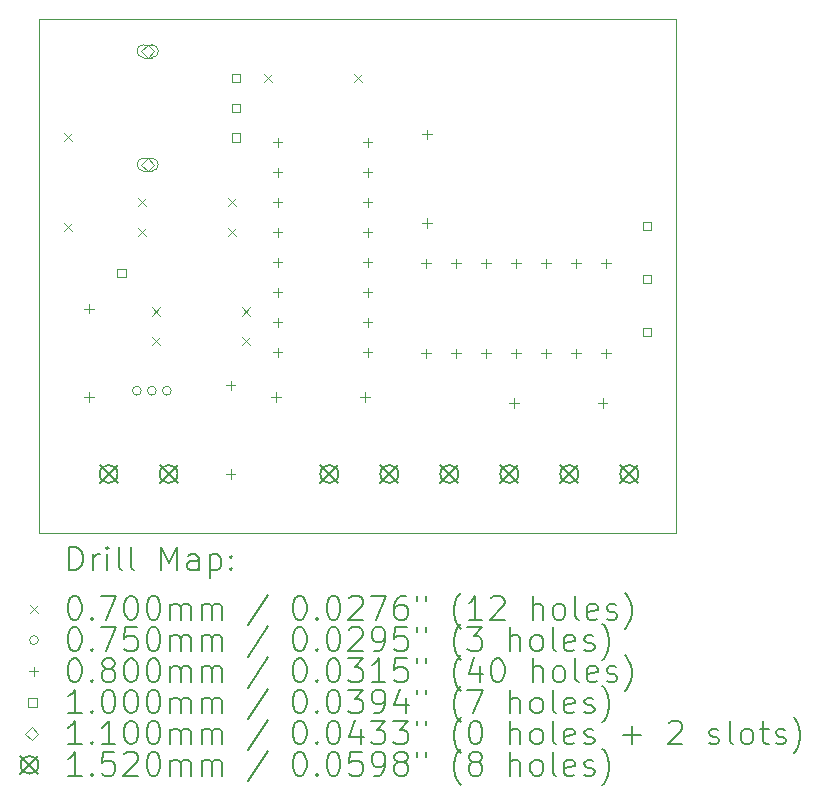
<source format=gbr>
%TF.GenerationSoftware,KiCad,Pcbnew,9.0.5-9.0.5~ubuntu25.04.1*%
%TF.CreationDate,2025-12-03T04:08:13-06:00*%
%TF.ProjectId,Signal_Board,5369676e-616c-45f4-926f-6172642e6b69,rev?*%
%TF.SameCoordinates,Original*%
%TF.FileFunction,Drillmap*%
%TF.FilePolarity,Positive*%
%FSLAX45Y45*%
G04 Gerber Fmt 4.5, Leading zero omitted, Abs format (unit mm)*
G04 Created by KiCad (PCBNEW 9.0.5-9.0.5~ubuntu25.04.1) date 2025-12-03 04:08:13*
%MOMM*%
%LPD*%
G01*
G04 APERTURE LIST*
%ADD10C,0.050000*%
%ADD11C,0.200000*%
%ADD12C,0.100000*%
%ADD13C,0.110000*%
%ADD14C,0.152000*%
G04 APERTURE END LIST*
D10*
X10850000Y-4200000D02*
X16250000Y-4200000D01*
X16250000Y-8550000D01*
X10850000Y-8550000D01*
X10850000Y-4200000D01*
D11*
D12*
X11065000Y-5159000D02*
X11135000Y-5229000D01*
X11135000Y-5159000D02*
X11065000Y-5229000D01*
X11065000Y-5921000D02*
X11135000Y-5991000D01*
X11135000Y-5921000D02*
X11065000Y-5991000D01*
X11688000Y-5965000D02*
X11758000Y-6035000D01*
X11758000Y-5965000D02*
X11688000Y-6035000D01*
X11689000Y-5715000D02*
X11759000Y-5785000D01*
X11759000Y-5715000D02*
X11689000Y-5785000D01*
X11809000Y-6640000D02*
X11879000Y-6710000D01*
X11879000Y-6640000D02*
X11809000Y-6710000D01*
X11809000Y-6890000D02*
X11879000Y-6960000D01*
X11879000Y-6890000D02*
X11809000Y-6960000D01*
X12450000Y-5965000D02*
X12520000Y-6035000D01*
X12520000Y-5965000D02*
X12450000Y-6035000D01*
X12451000Y-5715000D02*
X12521000Y-5785000D01*
X12521000Y-5715000D02*
X12451000Y-5785000D01*
X12571000Y-6640000D02*
X12641000Y-6710000D01*
X12641000Y-6640000D02*
X12571000Y-6710000D01*
X12571000Y-6890000D02*
X12641000Y-6960000D01*
X12641000Y-6890000D02*
X12571000Y-6960000D01*
X12757000Y-4665000D02*
X12827000Y-4735000D01*
X12827000Y-4665000D02*
X12757000Y-4735000D01*
X13519000Y-4665000D02*
X13589000Y-4735000D01*
X13589000Y-4665000D02*
X13519000Y-4735000D01*
X11717500Y-7345000D02*
G75*
G02*
X11642500Y-7345000I-37500J0D01*
G01*
X11642500Y-7345000D02*
G75*
G02*
X11717500Y-7345000I37500J0D01*
G01*
X11844500Y-7345000D02*
G75*
G02*
X11769500Y-7345000I-37500J0D01*
G01*
X11769500Y-7345000D02*
G75*
G02*
X11844500Y-7345000I37500J0D01*
G01*
X11971500Y-7345000D02*
G75*
G02*
X11896500Y-7345000I-37500J0D01*
G01*
X11896500Y-7345000D02*
G75*
G02*
X11971500Y-7345000I37500J0D01*
G01*
X11275000Y-6610000D02*
X11275000Y-6690000D01*
X11235000Y-6650000D02*
X11315000Y-6650000D01*
X11275000Y-7360000D02*
X11275000Y-7440000D01*
X11235000Y-7400000D02*
X11315000Y-7400000D01*
X12475000Y-7260000D02*
X12475000Y-7340000D01*
X12435000Y-7300000D02*
X12515000Y-7300000D01*
X12475000Y-8010000D02*
X12475000Y-8090000D01*
X12435000Y-8050000D02*
X12515000Y-8050000D01*
X12861000Y-7360000D02*
X12861000Y-7440000D01*
X12821000Y-7400000D02*
X12901000Y-7400000D01*
X12874000Y-5202000D02*
X12874000Y-5282000D01*
X12834000Y-5242000D02*
X12914000Y-5242000D01*
X12874000Y-5456000D02*
X12874000Y-5536000D01*
X12834000Y-5496000D02*
X12914000Y-5496000D01*
X12874000Y-5710000D02*
X12874000Y-5790000D01*
X12834000Y-5750000D02*
X12914000Y-5750000D01*
X12874000Y-5964000D02*
X12874000Y-6044000D01*
X12834000Y-6004000D02*
X12914000Y-6004000D01*
X12874000Y-6218000D02*
X12874000Y-6298000D01*
X12834000Y-6258000D02*
X12914000Y-6258000D01*
X12874000Y-6472000D02*
X12874000Y-6552000D01*
X12834000Y-6512000D02*
X12914000Y-6512000D01*
X12874000Y-6726000D02*
X12874000Y-6806000D01*
X12834000Y-6766000D02*
X12914000Y-6766000D01*
X12874000Y-6980000D02*
X12874000Y-7060000D01*
X12834000Y-7020000D02*
X12914000Y-7020000D01*
X13611000Y-7360000D02*
X13611000Y-7440000D01*
X13571000Y-7400000D02*
X13651000Y-7400000D01*
X13636000Y-5202000D02*
X13636000Y-5282000D01*
X13596000Y-5242000D02*
X13676000Y-5242000D01*
X13636000Y-5456000D02*
X13636000Y-5536000D01*
X13596000Y-5496000D02*
X13676000Y-5496000D01*
X13636000Y-5710000D02*
X13636000Y-5790000D01*
X13596000Y-5750000D02*
X13676000Y-5750000D01*
X13636000Y-5964000D02*
X13636000Y-6044000D01*
X13596000Y-6004000D02*
X13676000Y-6004000D01*
X13636000Y-6218000D02*
X13636000Y-6298000D01*
X13596000Y-6258000D02*
X13676000Y-6258000D01*
X13636000Y-6472000D02*
X13636000Y-6552000D01*
X13596000Y-6512000D02*
X13676000Y-6512000D01*
X13636000Y-6726000D02*
X13636000Y-6806000D01*
X13596000Y-6766000D02*
X13676000Y-6766000D01*
X13636000Y-6980000D02*
X13636000Y-7060000D01*
X13596000Y-7020000D02*
X13676000Y-7020000D01*
X14130000Y-6227500D02*
X14130000Y-6307500D01*
X14090000Y-6267500D02*
X14170000Y-6267500D01*
X14130000Y-6989500D02*
X14130000Y-7069500D01*
X14090000Y-7029500D02*
X14170000Y-7029500D01*
X14136000Y-5135000D02*
X14136000Y-5215000D01*
X14096000Y-5175000D02*
X14176000Y-5175000D01*
X14136000Y-5885000D02*
X14136000Y-5965000D01*
X14096000Y-5925000D02*
X14176000Y-5925000D01*
X14384000Y-6227500D02*
X14384000Y-6307500D01*
X14344000Y-6267500D02*
X14424000Y-6267500D01*
X14384000Y-6989500D02*
X14384000Y-7069500D01*
X14344000Y-7029500D02*
X14424000Y-7029500D01*
X14638000Y-6227500D02*
X14638000Y-6307500D01*
X14598000Y-6267500D02*
X14678000Y-6267500D01*
X14638000Y-6989500D02*
X14638000Y-7069500D01*
X14598000Y-7029500D02*
X14678000Y-7029500D01*
X14875000Y-7410000D02*
X14875000Y-7490000D01*
X14835000Y-7450000D02*
X14915000Y-7450000D01*
X14892000Y-6227500D02*
X14892000Y-6307500D01*
X14852000Y-6267500D02*
X14932000Y-6267500D01*
X14892000Y-6989500D02*
X14892000Y-7069500D01*
X14852000Y-7029500D02*
X14932000Y-7029500D01*
X15146000Y-6227500D02*
X15146000Y-6307500D01*
X15106000Y-6267500D02*
X15186000Y-6267500D01*
X15146000Y-6989500D02*
X15146000Y-7069500D01*
X15106000Y-7029500D02*
X15186000Y-7029500D01*
X15400000Y-6227500D02*
X15400000Y-6307500D01*
X15360000Y-6267500D02*
X15440000Y-6267500D01*
X15400000Y-6989500D02*
X15400000Y-7069500D01*
X15360000Y-7029500D02*
X15440000Y-7029500D01*
X15625000Y-7410000D02*
X15625000Y-7490000D01*
X15585000Y-7450000D02*
X15665000Y-7450000D01*
X15654000Y-6227500D02*
X15654000Y-6307500D01*
X15614000Y-6267500D02*
X15694000Y-6267500D01*
X15654000Y-6989500D02*
X15654000Y-7069500D01*
X15614000Y-7029500D02*
X15694000Y-7029500D01*
X11585356Y-6385356D02*
X11585356Y-6314644D01*
X11514644Y-6314644D01*
X11514644Y-6385356D01*
X11585356Y-6385356D01*
X12557856Y-4735356D02*
X12557856Y-4664644D01*
X12487144Y-4664644D01*
X12487144Y-4735356D01*
X12557856Y-4735356D01*
X12557856Y-4985356D02*
X12557856Y-4914644D01*
X12487144Y-4914644D01*
X12487144Y-4985356D01*
X12557856Y-4985356D01*
X12557856Y-5235356D02*
X12557856Y-5164644D01*
X12487144Y-5164644D01*
X12487144Y-5235356D01*
X12557856Y-5235356D01*
X16035356Y-5985356D02*
X16035356Y-5914644D01*
X15964644Y-5914644D01*
X15964644Y-5985356D01*
X16035356Y-5985356D01*
X16035356Y-6435356D02*
X16035356Y-6364644D01*
X15964644Y-6364644D01*
X15964644Y-6435356D01*
X16035356Y-6435356D01*
X16035356Y-6885356D02*
X16035356Y-6814644D01*
X15964644Y-6814644D01*
X15964644Y-6885356D01*
X16035356Y-6885356D01*
D13*
X11772500Y-4525000D02*
X11827500Y-4470000D01*
X11772500Y-4415000D01*
X11717500Y-4470000D01*
X11772500Y-4525000D01*
D12*
X11807500Y-4415000D02*
X11737500Y-4415000D01*
X11737500Y-4525000D02*
G75*
G02*
X11737500Y-4415000I0J55000D01*
G01*
X11737500Y-4525000D02*
X11807500Y-4525000D01*
X11807500Y-4525000D02*
G75*
G03*
X11807500Y-4415000I0J55000D01*
G01*
D13*
X11772500Y-5485000D02*
X11827500Y-5430000D01*
X11772500Y-5375000D01*
X11717500Y-5430000D01*
X11772500Y-5485000D01*
D12*
X11807500Y-5375000D02*
X11737500Y-5375000D01*
X11737500Y-5485000D02*
G75*
G02*
X11737500Y-5375000I0J55000D01*
G01*
X11737500Y-5485000D02*
X11807500Y-5485000D01*
X11807500Y-5485000D02*
G75*
G03*
X11807500Y-5375000I0J55000D01*
G01*
D14*
X11366000Y-7974000D02*
X11518000Y-8126000D01*
X11518000Y-7974000D02*
X11366000Y-8126000D01*
X11518000Y-8050000D02*
G75*
G02*
X11366000Y-8050000I-76000J0D01*
G01*
X11366000Y-8050000D02*
G75*
G02*
X11518000Y-8050000I76000J0D01*
G01*
X11874000Y-7974000D02*
X12026000Y-8126000D01*
X12026000Y-7974000D02*
X11874000Y-8126000D01*
X12026000Y-8050000D02*
G75*
G02*
X11874000Y-8050000I-76000J0D01*
G01*
X11874000Y-8050000D02*
G75*
G02*
X12026000Y-8050000I76000J0D01*
G01*
X13234000Y-7974000D02*
X13386000Y-8126000D01*
X13386000Y-7974000D02*
X13234000Y-8126000D01*
X13386000Y-8050000D02*
G75*
G02*
X13234000Y-8050000I-76000J0D01*
G01*
X13234000Y-8050000D02*
G75*
G02*
X13386000Y-8050000I76000J0D01*
G01*
X13742000Y-7974000D02*
X13894000Y-8126000D01*
X13894000Y-7974000D02*
X13742000Y-8126000D01*
X13894000Y-8050000D02*
G75*
G02*
X13742000Y-8050000I-76000J0D01*
G01*
X13742000Y-8050000D02*
G75*
G02*
X13894000Y-8050000I76000J0D01*
G01*
X14250000Y-7974000D02*
X14402000Y-8126000D01*
X14402000Y-7974000D02*
X14250000Y-8126000D01*
X14402000Y-8050000D02*
G75*
G02*
X14250000Y-8050000I-76000J0D01*
G01*
X14250000Y-8050000D02*
G75*
G02*
X14402000Y-8050000I76000J0D01*
G01*
X14758000Y-7974000D02*
X14910000Y-8126000D01*
X14910000Y-7974000D02*
X14758000Y-8126000D01*
X14910000Y-8050000D02*
G75*
G02*
X14758000Y-8050000I-76000J0D01*
G01*
X14758000Y-8050000D02*
G75*
G02*
X14910000Y-8050000I76000J0D01*
G01*
X15266000Y-7974000D02*
X15418000Y-8126000D01*
X15418000Y-7974000D02*
X15266000Y-8126000D01*
X15418000Y-8050000D02*
G75*
G02*
X15266000Y-8050000I-76000J0D01*
G01*
X15266000Y-8050000D02*
G75*
G02*
X15418000Y-8050000I76000J0D01*
G01*
X15774000Y-7974000D02*
X15926000Y-8126000D01*
X15926000Y-7974000D02*
X15774000Y-8126000D01*
X15926000Y-8050000D02*
G75*
G02*
X15774000Y-8050000I-76000J0D01*
G01*
X15774000Y-8050000D02*
G75*
G02*
X15926000Y-8050000I76000J0D01*
G01*
D11*
X11108277Y-8863984D02*
X11108277Y-8663984D01*
X11108277Y-8663984D02*
X11155896Y-8663984D01*
X11155896Y-8663984D02*
X11184467Y-8673508D01*
X11184467Y-8673508D02*
X11203515Y-8692555D01*
X11203515Y-8692555D02*
X11213039Y-8711603D01*
X11213039Y-8711603D02*
X11222562Y-8749698D01*
X11222562Y-8749698D02*
X11222562Y-8778270D01*
X11222562Y-8778270D02*
X11213039Y-8816365D01*
X11213039Y-8816365D02*
X11203515Y-8835412D01*
X11203515Y-8835412D02*
X11184467Y-8854460D01*
X11184467Y-8854460D02*
X11155896Y-8863984D01*
X11155896Y-8863984D02*
X11108277Y-8863984D01*
X11308277Y-8863984D02*
X11308277Y-8730650D01*
X11308277Y-8768746D02*
X11317801Y-8749698D01*
X11317801Y-8749698D02*
X11327324Y-8740174D01*
X11327324Y-8740174D02*
X11346372Y-8730650D01*
X11346372Y-8730650D02*
X11365420Y-8730650D01*
X11432086Y-8863984D02*
X11432086Y-8730650D01*
X11432086Y-8663984D02*
X11422562Y-8673508D01*
X11422562Y-8673508D02*
X11432086Y-8683031D01*
X11432086Y-8683031D02*
X11441610Y-8673508D01*
X11441610Y-8673508D02*
X11432086Y-8663984D01*
X11432086Y-8663984D02*
X11432086Y-8683031D01*
X11555896Y-8863984D02*
X11536848Y-8854460D01*
X11536848Y-8854460D02*
X11527324Y-8835412D01*
X11527324Y-8835412D02*
X11527324Y-8663984D01*
X11660658Y-8863984D02*
X11641610Y-8854460D01*
X11641610Y-8854460D02*
X11632086Y-8835412D01*
X11632086Y-8835412D02*
X11632086Y-8663984D01*
X11889229Y-8863984D02*
X11889229Y-8663984D01*
X11889229Y-8663984D02*
X11955896Y-8806841D01*
X11955896Y-8806841D02*
X12022562Y-8663984D01*
X12022562Y-8663984D02*
X12022562Y-8863984D01*
X12203515Y-8863984D02*
X12203515Y-8759222D01*
X12203515Y-8759222D02*
X12193991Y-8740174D01*
X12193991Y-8740174D02*
X12174943Y-8730650D01*
X12174943Y-8730650D02*
X12136848Y-8730650D01*
X12136848Y-8730650D02*
X12117801Y-8740174D01*
X12203515Y-8854460D02*
X12184467Y-8863984D01*
X12184467Y-8863984D02*
X12136848Y-8863984D01*
X12136848Y-8863984D02*
X12117801Y-8854460D01*
X12117801Y-8854460D02*
X12108277Y-8835412D01*
X12108277Y-8835412D02*
X12108277Y-8816365D01*
X12108277Y-8816365D02*
X12117801Y-8797317D01*
X12117801Y-8797317D02*
X12136848Y-8787793D01*
X12136848Y-8787793D02*
X12184467Y-8787793D01*
X12184467Y-8787793D02*
X12203515Y-8778270D01*
X12298753Y-8730650D02*
X12298753Y-8930650D01*
X12298753Y-8740174D02*
X12317801Y-8730650D01*
X12317801Y-8730650D02*
X12355896Y-8730650D01*
X12355896Y-8730650D02*
X12374943Y-8740174D01*
X12374943Y-8740174D02*
X12384467Y-8749698D01*
X12384467Y-8749698D02*
X12393991Y-8768746D01*
X12393991Y-8768746D02*
X12393991Y-8825889D01*
X12393991Y-8825889D02*
X12384467Y-8844936D01*
X12384467Y-8844936D02*
X12374943Y-8854460D01*
X12374943Y-8854460D02*
X12355896Y-8863984D01*
X12355896Y-8863984D02*
X12317801Y-8863984D01*
X12317801Y-8863984D02*
X12298753Y-8854460D01*
X12479705Y-8844936D02*
X12489229Y-8854460D01*
X12489229Y-8854460D02*
X12479705Y-8863984D01*
X12479705Y-8863984D02*
X12470182Y-8854460D01*
X12470182Y-8854460D02*
X12479705Y-8844936D01*
X12479705Y-8844936D02*
X12479705Y-8863984D01*
X12479705Y-8740174D02*
X12489229Y-8749698D01*
X12489229Y-8749698D02*
X12479705Y-8759222D01*
X12479705Y-8759222D02*
X12470182Y-8749698D01*
X12470182Y-8749698D02*
X12479705Y-8740174D01*
X12479705Y-8740174D02*
X12479705Y-8759222D01*
D12*
X10777500Y-9157500D02*
X10847500Y-9227500D01*
X10847500Y-9157500D02*
X10777500Y-9227500D01*
D11*
X11146372Y-9083984D02*
X11165420Y-9083984D01*
X11165420Y-9083984D02*
X11184467Y-9093508D01*
X11184467Y-9093508D02*
X11193991Y-9103031D01*
X11193991Y-9103031D02*
X11203515Y-9122079D01*
X11203515Y-9122079D02*
X11213039Y-9160174D01*
X11213039Y-9160174D02*
X11213039Y-9207793D01*
X11213039Y-9207793D02*
X11203515Y-9245889D01*
X11203515Y-9245889D02*
X11193991Y-9264936D01*
X11193991Y-9264936D02*
X11184467Y-9274460D01*
X11184467Y-9274460D02*
X11165420Y-9283984D01*
X11165420Y-9283984D02*
X11146372Y-9283984D01*
X11146372Y-9283984D02*
X11127324Y-9274460D01*
X11127324Y-9274460D02*
X11117801Y-9264936D01*
X11117801Y-9264936D02*
X11108277Y-9245889D01*
X11108277Y-9245889D02*
X11098753Y-9207793D01*
X11098753Y-9207793D02*
X11098753Y-9160174D01*
X11098753Y-9160174D02*
X11108277Y-9122079D01*
X11108277Y-9122079D02*
X11117801Y-9103031D01*
X11117801Y-9103031D02*
X11127324Y-9093508D01*
X11127324Y-9093508D02*
X11146372Y-9083984D01*
X11298753Y-9264936D02*
X11308277Y-9274460D01*
X11308277Y-9274460D02*
X11298753Y-9283984D01*
X11298753Y-9283984D02*
X11289229Y-9274460D01*
X11289229Y-9274460D02*
X11298753Y-9264936D01*
X11298753Y-9264936D02*
X11298753Y-9283984D01*
X11374943Y-9083984D02*
X11508277Y-9083984D01*
X11508277Y-9083984D02*
X11422562Y-9283984D01*
X11622562Y-9083984D02*
X11641610Y-9083984D01*
X11641610Y-9083984D02*
X11660658Y-9093508D01*
X11660658Y-9093508D02*
X11670182Y-9103031D01*
X11670182Y-9103031D02*
X11679705Y-9122079D01*
X11679705Y-9122079D02*
X11689229Y-9160174D01*
X11689229Y-9160174D02*
X11689229Y-9207793D01*
X11689229Y-9207793D02*
X11679705Y-9245889D01*
X11679705Y-9245889D02*
X11670182Y-9264936D01*
X11670182Y-9264936D02*
X11660658Y-9274460D01*
X11660658Y-9274460D02*
X11641610Y-9283984D01*
X11641610Y-9283984D02*
X11622562Y-9283984D01*
X11622562Y-9283984D02*
X11603515Y-9274460D01*
X11603515Y-9274460D02*
X11593991Y-9264936D01*
X11593991Y-9264936D02*
X11584467Y-9245889D01*
X11584467Y-9245889D02*
X11574943Y-9207793D01*
X11574943Y-9207793D02*
X11574943Y-9160174D01*
X11574943Y-9160174D02*
X11584467Y-9122079D01*
X11584467Y-9122079D02*
X11593991Y-9103031D01*
X11593991Y-9103031D02*
X11603515Y-9093508D01*
X11603515Y-9093508D02*
X11622562Y-9083984D01*
X11813039Y-9083984D02*
X11832086Y-9083984D01*
X11832086Y-9083984D02*
X11851134Y-9093508D01*
X11851134Y-9093508D02*
X11860658Y-9103031D01*
X11860658Y-9103031D02*
X11870182Y-9122079D01*
X11870182Y-9122079D02*
X11879705Y-9160174D01*
X11879705Y-9160174D02*
X11879705Y-9207793D01*
X11879705Y-9207793D02*
X11870182Y-9245889D01*
X11870182Y-9245889D02*
X11860658Y-9264936D01*
X11860658Y-9264936D02*
X11851134Y-9274460D01*
X11851134Y-9274460D02*
X11832086Y-9283984D01*
X11832086Y-9283984D02*
X11813039Y-9283984D01*
X11813039Y-9283984D02*
X11793991Y-9274460D01*
X11793991Y-9274460D02*
X11784467Y-9264936D01*
X11784467Y-9264936D02*
X11774943Y-9245889D01*
X11774943Y-9245889D02*
X11765420Y-9207793D01*
X11765420Y-9207793D02*
X11765420Y-9160174D01*
X11765420Y-9160174D02*
X11774943Y-9122079D01*
X11774943Y-9122079D02*
X11784467Y-9103031D01*
X11784467Y-9103031D02*
X11793991Y-9093508D01*
X11793991Y-9093508D02*
X11813039Y-9083984D01*
X11965420Y-9283984D02*
X11965420Y-9150650D01*
X11965420Y-9169698D02*
X11974943Y-9160174D01*
X11974943Y-9160174D02*
X11993991Y-9150650D01*
X11993991Y-9150650D02*
X12022563Y-9150650D01*
X12022563Y-9150650D02*
X12041610Y-9160174D01*
X12041610Y-9160174D02*
X12051134Y-9179222D01*
X12051134Y-9179222D02*
X12051134Y-9283984D01*
X12051134Y-9179222D02*
X12060658Y-9160174D01*
X12060658Y-9160174D02*
X12079705Y-9150650D01*
X12079705Y-9150650D02*
X12108277Y-9150650D01*
X12108277Y-9150650D02*
X12127324Y-9160174D01*
X12127324Y-9160174D02*
X12136848Y-9179222D01*
X12136848Y-9179222D02*
X12136848Y-9283984D01*
X12232086Y-9283984D02*
X12232086Y-9150650D01*
X12232086Y-9169698D02*
X12241610Y-9160174D01*
X12241610Y-9160174D02*
X12260658Y-9150650D01*
X12260658Y-9150650D02*
X12289229Y-9150650D01*
X12289229Y-9150650D02*
X12308277Y-9160174D01*
X12308277Y-9160174D02*
X12317801Y-9179222D01*
X12317801Y-9179222D02*
X12317801Y-9283984D01*
X12317801Y-9179222D02*
X12327324Y-9160174D01*
X12327324Y-9160174D02*
X12346372Y-9150650D01*
X12346372Y-9150650D02*
X12374943Y-9150650D01*
X12374943Y-9150650D02*
X12393991Y-9160174D01*
X12393991Y-9160174D02*
X12403515Y-9179222D01*
X12403515Y-9179222D02*
X12403515Y-9283984D01*
X12793991Y-9074460D02*
X12622563Y-9331603D01*
X13051134Y-9083984D02*
X13070182Y-9083984D01*
X13070182Y-9083984D02*
X13089229Y-9093508D01*
X13089229Y-9093508D02*
X13098753Y-9103031D01*
X13098753Y-9103031D02*
X13108277Y-9122079D01*
X13108277Y-9122079D02*
X13117801Y-9160174D01*
X13117801Y-9160174D02*
X13117801Y-9207793D01*
X13117801Y-9207793D02*
X13108277Y-9245889D01*
X13108277Y-9245889D02*
X13098753Y-9264936D01*
X13098753Y-9264936D02*
X13089229Y-9274460D01*
X13089229Y-9274460D02*
X13070182Y-9283984D01*
X13070182Y-9283984D02*
X13051134Y-9283984D01*
X13051134Y-9283984D02*
X13032086Y-9274460D01*
X13032086Y-9274460D02*
X13022563Y-9264936D01*
X13022563Y-9264936D02*
X13013039Y-9245889D01*
X13013039Y-9245889D02*
X13003515Y-9207793D01*
X13003515Y-9207793D02*
X13003515Y-9160174D01*
X13003515Y-9160174D02*
X13013039Y-9122079D01*
X13013039Y-9122079D02*
X13022563Y-9103031D01*
X13022563Y-9103031D02*
X13032086Y-9093508D01*
X13032086Y-9093508D02*
X13051134Y-9083984D01*
X13203515Y-9264936D02*
X13213039Y-9274460D01*
X13213039Y-9274460D02*
X13203515Y-9283984D01*
X13203515Y-9283984D02*
X13193991Y-9274460D01*
X13193991Y-9274460D02*
X13203515Y-9264936D01*
X13203515Y-9264936D02*
X13203515Y-9283984D01*
X13336848Y-9083984D02*
X13355896Y-9083984D01*
X13355896Y-9083984D02*
X13374944Y-9093508D01*
X13374944Y-9093508D02*
X13384467Y-9103031D01*
X13384467Y-9103031D02*
X13393991Y-9122079D01*
X13393991Y-9122079D02*
X13403515Y-9160174D01*
X13403515Y-9160174D02*
X13403515Y-9207793D01*
X13403515Y-9207793D02*
X13393991Y-9245889D01*
X13393991Y-9245889D02*
X13384467Y-9264936D01*
X13384467Y-9264936D02*
X13374944Y-9274460D01*
X13374944Y-9274460D02*
X13355896Y-9283984D01*
X13355896Y-9283984D02*
X13336848Y-9283984D01*
X13336848Y-9283984D02*
X13317801Y-9274460D01*
X13317801Y-9274460D02*
X13308277Y-9264936D01*
X13308277Y-9264936D02*
X13298753Y-9245889D01*
X13298753Y-9245889D02*
X13289229Y-9207793D01*
X13289229Y-9207793D02*
X13289229Y-9160174D01*
X13289229Y-9160174D02*
X13298753Y-9122079D01*
X13298753Y-9122079D02*
X13308277Y-9103031D01*
X13308277Y-9103031D02*
X13317801Y-9093508D01*
X13317801Y-9093508D02*
X13336848Y-9083984D01*
X13479706Y-9103031D02*
X13489229Y-9093508D01*
X13489229Y-9093508D02*
X13508277Y-9083984D01*
X13508277Y-9083984D02*
X13555896Y-9083984D01*
X13555896Y-9083984D02*
X13574944Y-9093508D01*
X13574944Y-9093508D02*
X13584467Y-9103031D01*
X13584467Y-9103031D02*
X13593991Y-9122079D01*
X13593991Y-9122079D02*
X13593991Y-9141127D01*
X13593991Y-9141127D02*
X13584467Y-9169698D01*
X13584467Y-9169698D02*
X13470182Y-9283984D01*
X13470182Y-9283984D02*
X13593991Y-9283984D01*
X13660658Y-9083984D02*
X13793991Y-9083984D01*
X13793991Y-9083984D02*
X13708277Y-9283984D01*
X13955896Y-9083984D02*
X13917801Y-9083984D01*
X13917801Y-9083984D02*
X13898753Y-9093508D01*
X13898753Y-9093508D02*
X13889229Y-9103031D01*
X13889229Y-9103031D02*
X13870182Y-9131603D01*
X13870182Y-9131603D02*
X13860658Y-9169698D01*
X13860658Y-9169698D02*
X13860658Y-9245889D01*
X13860658Y-9245889D02*
X13870182Y-9264936D01*
X13870182Y-9264936D02*
X13879706Y-9274460D01*
X13879706Y-9274460D02*
X13898753Y-9283984D01*
X13898753Y-9283984D02*
X13936848Y-9283984D01*
X13936848Y-9283984D02*
X13955896Y-9274460D01*
X13955896Y-9274460D02*
X13965420Y-9264936D01*
X13965420Y-9264936D02*
X13974944Y-9245889D01*
X13974944Y-9245889D02*
X13974944Y-9198270D01*
X13974944Y-9198270D02*
X13965420Y-9179222D01*
X13965420Y-9179222D02*
X13955896Y-9169698D01*
X13955896Y-9169698D02*
X13936848Y-9160174D01*
X13936848Y-9160174D02*
X13898753Y-9160174D01*
X13898753Y-9160174D02*
X13879706Y-9169698D01*
X13879706Y-9169698D02*
X13870182Y-9179222D01*
X13870182Y-9179222D02*
X13860658Y-9198270D01*
X14051134Y-9083984D02*
X14051134Y-9122079D01*
X14127325Y-9083984D02*
X14127325Y-9122079D01*
X14422563Y-9360174D02*
X14413039Y-9350650D01*
X14413039Y-9350650D02*
X14393991Y-9322079D01*
X14393991Y-9322079D02*
X14384468Y-9303031D01*
X14384468Y-9303031D02*
X14374944Y-9274460D01*
X14374944Y-9274460D02*
X14365420Y-9226841D01*
X14365420Y-9226841D02*
X14365420Y-9188746D01*
X14365420Y-9188746D02*
X14374944Y-9141127D01*
X14374944Y-9141127D02*
X14384468Y-9112555D01*
X14384468Y-9112555D02*
X14393991Y-9093508D01*
X14393991Y-9093508D02*
X14413039Y-9064936D01*
X14413039Y-9064936D02*
X14422563Y-9055412D01*
X14603515Y-9283984D02*
X14489229Y-9283984D01*
X14546372Y-9283984D02*
X14546372Y-9083984D01*
X14546372Y-9083984D02*
X14527325Y-9112555D01*
X14527325Y-9112555D02*
X14508277Y-9131603D01*
X14508277Y-9131603D02*
X14489229Y-9141127D01*
X14679706Y-9103031D02*
X14689229Y-9093508D01*
X14689229Y-9093508D02*
X14708277Y-9083984D01*
X14708277Y-9083984D02*
X14755896Y-9083984D01*
X14755896Y-9083984D02*
X14774944Y-9093508D01*
X14774944Y-9093508D02*
X14784468Y-9103031D01*
X14784468Y-9103031D02*
X14793991Y-9122079D01*
X14793991Y-9122079D02*
X14793991Y-9141127D01*
X14793991Y-9141127D02*
X14784468Y-9169698D01*
X14784468Y-9169698D02*
X14670182Y-9283984D01*
X14670182Y-9283984D02*
X14793991Y-9283984D01*
X15032087Y-9283984D02*
X15032087Y-9083984D01*
X15117801Y-9283984D02*
X15117801Y-9179222D01*
X15117801Y-9179222D02*
X15108277Y-9160174D01*
X15108277Y-9160174D02*
X15089230Y-9150650D01*
X15089230Y-9150650D02*
X15060658Y-9150650D01*
X15060658Y-9150650D02*
X15041610Y-9160174D01*
X15041610Y-9160174D02*
X15032087Y-9169698D01*
X15241610Y-9283984D02*
X15222563Y-9274460D01*
X15222563Y-9274460D02*
X15213039Y-9264936D01*
X15213039Y-9264936D02*
X15203515Y-9245889D01*
X15203515Y-9245889D02*
X15203515Y-9188746D01*
X15203515Y-9188746D02*
X15213039Y-9169698D01*
X15213039Y-9169698D02*
X15222563Y-9160174D01*
X15222563Y-9160174D02*
X15241610Y-9150650D01*
X15241610Y-9150650D02*
X15270182Y-9150650D01*
X15270182Y-9150650D02*
X15289230Y-9160174D01*
X15289230Y-9160174D02*
X15298753Y-9169698D01*
X15298753Y-9169698D02*
X15308277Y-9188746D01*
X15308277Y-9188746D02*
X15308277Y-9245889D01*
X15308277Y-9245889D02*
X15298753Y-9264936D01*
X15298753Y-9264936D02*
X15289230Y-9274460D01*
X15289230Y-9274460D02*
X15270182Y-9283984D01*
X15270182Y-9283984D02*
X15241610Y-9283984D01*
X15422563Y-9283984D02*
X15403515Y-9274460D01*
X15403515Y-9274460D02*
X15393991Y-9255412D01*
X15393991Y-9255412D02*
X15393991Y-9083984D01*
X15574944Y-9274460D02*
X15555896Y-9283984D01*
X15555896Y-9283984D02*
X15517801Y-9283984D01*
X15517801Y-9283984D02*
X15498753Y-9274460D01*
X15498753Y-9274460D02*
X15489230Y-9255412D01*
X15489230Y-9255412D02*
X15489230Y-9179222D01*
X15489230Y-9179222D02*
X15498753Y-9160174D01*
X15498753Y-9160174D02*
X15517801Y-9150650D01*
X15517801Y-9150650D02*
X15555896Y-9150650D01*
X15555896Y-9150650D02*
X15574944Y-9160174D01*
X15574944Y-9160174D02*
X15584468Y-9179222D01*
X15584468Y-9179222D02*
X15584468Y-9198270D01*
X15584468Y-9198270D02*
X15489230Y-9217317D01*
X15660658Y-9274460D02*
X15679706Y-9283984D01*
X15679706Y-9283984D02*
X15717801Y-9283984D01*
X15717801Y-9283984D02*
X15736849Y-9274460D01*
X15736849Y-9274460D02*
X15746372Y-9255412D01*
X15746372Y-9255412D02*
X15746372Y-9245889D01*
X15746372Y-9245889D02*
X15736849Y-9226841D01*
X15736849Y-9226841D02*
X15717801Y-9217317D01*
X15717801Y-9217317D02*
X15689230Y-9217317D01*
X15689230Y-9217317D02*
X15670182Y-9207793D01*
X15670182Y-9207793D02*
X15660658Y-9188746D01*
X15660658Y-9188746D02*
X15660658Y-9179222D01*
X15660658Y-9179222D02*
X15670182Y-9160174D01*
X15670182Y-9160174D02*
X15689230Y-9150650D01*
X15689230Y-9150650D02*
X15717801Y-9150650D01*
X15717801Y-9150650D02*
X15736849Y-9160174D01*
X15813039Y-9360174D02*
X15822563Y-9350650D01*
X15822563Y-9350650D02*
X15841611Y-9322079D01*
X15841611Y-9322079D02*
X15851134Y-9303031D01*
X15851134Y-9303031D02*
X15860658Y-9274460D01*
X15860658Y-9274460D02*
X15870182Y-9226841D01*
X15870182Y-9226841D02*
X15870182Y-9188746D01*
X15870182Y-9188746D02*
X15860658Y-9141127D01*
X15860658Y-9141127D02*
X15851134Y-9112555D01*
X15851134Y-9112555D02*
X15841611Y-9093508D01*
X15841611Y-9093508D02*
X15822563Y-9064936D01*
X15822563Y-9064936D02*
X15813039Y-9055412D01*
D12*
X10847500Y-9456500D02*
G75*
G02*
X10772500Y-9456500I-37500J0D01*
G01*
X10772500Y-9456500D02*
G75*
G02*
X10847500Y-9456500I37500J0D01*
G01*
D11*
X11146372Y-9347984D02*
X11165420Y-9347984D01*
X11165420Y-9347984D02*
X11184467Y-9357508D01*
X11184467Y-9357508D02*
X11193991Y-9367031D01*
X11193991Y-9367031D02*
X11203515Y-9386079D01*
X11203515Y-9386079D02*
X11213039Y-9424174D01*
X11213039Y-9424174D02*
X11213039Y-9471793D01*
X11213039Y-9471793D02*
X11203515Y-9509889D01*
X11203515Y-9509889D02*
X11193991Y-9528936D01*
X11193991Y-9528936D02*
X11184467Y-9538460D01*
X11184467Y-9538460D02*
X11165420Y-9547984D01*
X11165420Y-9547984D02*
X11146372Y-9547984D01*
X11146372Y-9547984D02*
X11127324Y-9538460D01*
X11127324Y-9538460D02*
X11117801Y-9528936D01*
X11117801Y-9528936D02*
X11108277Y-9509889D01*
X11108277Y-9509889D02*
X11098753Y-9471793D01*
X11098753Y-9471793D02*
X11098753Y-9424174D01*
X11098753Y-9424174D02*
X11108277Y-9386079D01*
X11108277Y-9386079D02*
X11117801Y-9367031D01*
X11117801Y-9367031D02*
X11127324Y-9357508D01*
X11127324Y-9357508D02*
X11146372Y-9347984D01*
X11298753Y-9528936D02*
X11308277Y-9538460D01*
X11308277Y-9538460D02*
X11298753Y-9547984D01*
X11298753Y-9547984D02*
X11289229Y-9538460D01*
X11289229Y-9538460D02*
X11298753Y-9528936D01*
X11298753Y-9528936D02*
X11298753Y-9547984D01*
X11374943Y-9347984D02*
X11508277Y-9347984D01*
X11508277Y-9347984D02*
X11422562Y-9547984D01*
X11679705Y-9347984D02*
X11584467Y-9347984D01*
X11584467Y-9347984D02*
X11574943Y-9443222D01*
X11574943Y-9443222D02*
X11584467Y-9433698D01*
X11584467Y-9433698D02*
X11603515Y-9424174D01*
X11603515Y-9424174D02*
X11651134Y-9424174D01*
X11651134Y-9424174D02*
X11670182Y-9433698D01*
X11670182Y-9433698D02*
X11679705Y-9443222D01*
X11679705Y-9443222D02*
X11689229Y-9462270D01*
X11689229Y-9462270D02*
X11689229Y-9509889D01*
X11689229Y-9509889D02*
X11679705Y-9528936D01*
X11679705Y-9528936D02*
X11670182Y-9538460D01*
X11670182Y-9538460D02*
X11651134Y-9547984D01*
X11651134Y-9547984D02*
X11603515Y-9547984D01*
X11603515Y-9547984D02*
X11584467Y-9538460D01*
X11584467Y-9538460D02*
X11574943Y-9528936D01*
X11813039Y-9347984D02*
X11832086Y-9347984D01*
X11832086Y-9347984D02*
X11851134Y-9357508D01*
X11851134Y-9357508D02*
X11860658Y-9367031D01*
X11860658Y-9367031D02*
X11870182Y-9386079D01*
X11870182Y-9386079D02*
X11879705Y-9424174D01*
X11879705Y-9424174D02*
X11879705Y-9471793D01*
X11879705Y-9471793D02*
X11870182Y-9509889D01*
X11870182Y-9509889D02*
X11860658Y-9528936D01*
X11860658Y-9528936D02*
X11851134Y-9538460D01*
X11851134Y-9538460D02*
X11832086Y-9547984D01*
X11832086Y-9547984D02*
X11813039Y-9547984D01*
X11813039Y-9547984D02*
X11793991Y-9538460D01*
X11793991Y-9538460D02*
X11784467Y-9528936D01*
X11784467Y-9528936D02*
X11774943Y-9509889D01*
X11774943Y-9509889D02*
X11765420Y-9471793D01*
X11765420Y-9471793D02*
X11765420Y-9424174D01*
X11765420Y-9424174D02*
X11774943Y-9386079D01*
X11774943Y-9386079D02*
X11784467Y-9367031D01*
X11784467Y-9367031D02*
X11793991Y-9357508D01*
X11793991Y-9357508D02*
X11813039Y-9347984D01*
X11965420Y-9547984D02*
X11965420Y-9414650D01*
X11965420Y-9433698D02*
X11974943Y-9424174D01*
X11974943Y-9424174D02*
X11993991Y-9414650D01*
X11993991Y-9414650D02*
X12022563Y-9414650D01*
X12022563Y-9414650D02*
X12041610Y-9424174D01*
X12041610Y-9424174D02*
X12051134Y-9443222D01*
X12051134Y-9443222D02*
X12051134Y-9547984D01*
X12051134Y-9443222D02*
X12060658Y-9424174D01*
X12060658Y-9424174D02*
X12079705Y-9414650D01*
X12079705Y-9414650D02*
X12108277Y-9414650D01*
X12108277Y-9414650D02*
X12127324Y-9424174D01*
X12127324Y-9424174D02*
X12136848Y-9443222D01*
X12136848Y-9443222D02*
X12136848Y-9547984D01*
X12232086Y-9547984D02*
X12232086Y-9414650D01*
X12232086Y-9433698D02*
X12241610Y-9424174D01*
X12241610Y-9424174D02*
X12260658Y-9414650D01*
X12260658Y-9414650D02*
X12289229Y-9414650D01*
X12289229Y-9414650D02*
X12308277Y-9424174D01*
X12308277Y-9424174D02*
X12317801Y-9443222D01*
X12317801Y-9443222D02*
X12317801Y-9547984D01*
X12317801Y-9443222D02*
X12327324Y-9424174D01*
X12327324Y-9424174D02*
X12346372Y-9414650D01*
X12346372Y-9414650D02*
X12374943Y-9414650D01*
X12374943Y-9414650D02*
X12393991Y-9424174D01*
X12393991Y-9424174D02*
X12403515Y-9443222D01*
X12403515Y-9443222D02*
X12403515Y-9547984D01*
X12793991Y-9338460D02*
X12622563Y-9595603D01*
X13051134Y-9347984D02*
X13070182Y-9347984D01*
X13070182Y-9347984D02*
X13089229Y-9357508D01*
X13089229Y-9357508D02*
X13098753Y-9367031D01*
X13098753Y-9367031D02*
X13108277Y-9386079D01*
X13108277Y-9386079D02*
X13117801Y-9424174D01*
X13117801Y-9424174D02*
X13117801Y-9471793D01*
X13117801Y-9471793D02*
X13108277Y-9509889D01*
X13108277Y-9509889D02*
X13098753Y-9528936D01*
X13098753Y-9528936D02*
X13089229Y-9538460D01*
X13089229Y-9538460D02*
X13070182Y-9547984D01*
X13070182Y-9547984D02*
X13051134Y-9547984D01*
X13051134Y-9547984D02*
X13032086Y-9538460D01*
X13032086Y-9538460D02*
X13022563Y-9528936D01*
X13022563Y-9528936D02*
X13013039Y-9509889D01*
X13013039Y-9509889D02*
X13003515Y-9471793D01*
X13003515Y-9471793D02*
X13003515Y-9424174D01*
X13003515Y-9424174D02*
X13013039Y-9386079D01*
X13013039Y-9386079D02*
X13022563Y-9367031D01*
X13022563Y-9367031D02*
X13032086Y-9357508D01*
X13032086Y-9357508D02*
X13051134Y-9347984D01*
X13203515Y-9528936D02*
X13213039Y-9538460D01*
X13213039Y-9538460D02*
X13203515Y-9547984D01*
X13203515Y-9547984D02*
X13193991Y-9538460D01*
X13193991Y-9538460D02*
X13203515Y-9528936D01*
X13203515Y-9528936D02*
X13203515Y-9547984D01*
X13336848Y-9347984D02*
X13355896Y-9347984D01*
X13355896Y-9347984D02*
X13374944Y-9357508D01*
X13374944Y-9357508D02*
X13384467Y-9367031D01*
X13384467Y-9367031D02*
X13393991Y-9386079D01*
X13393991Y-9386079D02*
X13403515Y-9424174D01*
X13403515Y-9424174D02*
X13403515Y-9471793D01*
X13403515Y-9471793D02*
X13393991Y-9509889D01*
X13393991Y-9509889D02*
X13384467Y-9528936D01*
X13384467Y-9528936D02*
X13374944Y-9538460D01*
X13374944Y-9538460D02*
X13355896Y-9547984D01*
X13355896Y-9547984D02*
X13336848Y-9547984D01*
X13336848Y-9547984D02*
X13317801Y-9538460D01*
X13317801Y-9538460D02*
X13308277Y-9528936D01*
X13308277Y-9528936D02*
X13298753Y-9509889D01*
X13298753Y-9509889D02*
X13289229Y-9471793D01*
X13289229Y-9471793D02*
X13289229Y-9424174D01*
X13289229Y-9424174D02*
X13298753Y-9386079D01*
X13298753Y-9386079D02*
X13308277Y-9367031D01*
X13308277Y-9367031D02*
X13317801Y-9357508D01*
X13317801Y-9357508D02*
X13336848Y-9347984D01*
X13479706Y-9367031D02*
X13489229Y-9357508D01*
X13489229Y-9357508D02*
X13508277Y-9347984D01*
X13508277Y-9347984D02*
X13555896Y-9347984D01*
X13555896Y-9347984D02*
X13574944Y-9357508D01*
X13574944Y-9357508D02*
X13584467Y-9367031D01*
X13584467Y-9367031D02*
X13593991Y-9386079D01*
X13593991Y-9386079D02*
X13593991Y-9405127D01*
X13593991Y-9405127D02*
X13584467Y-9433698D01*
X13584467Y-9433698D02*
X13470182Y-9547984D01*
X13470182Y-9547984D02*
X13593991Y-9547984D01*
X13689229Y-9547984D02*
X13727325Y-9547984D01*
X13727325Y-9547984D02*
X13746372Y-9538460D01*
X13746372Y-9538460D02*
X13755896Y-9528936D01*
X13755896Y-9528936D02*
X13774944Y-9500365D01*
X13774944Y-9500365D02*
X13784467Y-9462270D01*
X13784467Y-9462270D02*
X13784467Y-9386079D01*
X13784467Y-9386079D02*
X13774944Y-9367031D01*
X13774944Y-9367031D02*
X13765420Y-9357508D01*
X13765420Y-9357508D02*
X13746372Y-9347984D01*
X13746372Y-9347984D02*
X13708277Y-9347984D01*
X13708277Y-9347984D02*
X13689229Y-9357508D01*
X13689229Y-9357508D02*
X13679706Y-9367031D01*
X13679706Y-9367031D02*
X13670182Y-9386079D01*
X13670182Y-9386079D02*
X13670182Y-9433698D01*
X13670182Y-9433698D02*
X13679706Y-9452746D01*
X13679706Y-9452746D02*
X13689229Y-9462270D01*
X13689229Y-9462270D02*
X13708277Y-9471793D01*
X13708277Y-9471793D02*
X13746372Y-9471793D01*
X13746372Y-9471793D02*
X13765420Y-9462270D01*
X13765420Y-9462270D02*
X13774944Y-9452746D01*
X13774944Y-9452746D02*
X13784467Y-9433698D01*
X13965420Y-9347984D02*
X13870182Y-9347984D01*
X13870182Y-9347984D02*
X13860658Y-9443222D01*
X13860658Y-9443222D02*
X13870182Y-9433698D01*
X13870182Y-9433698D02*
X13889229Y-9424174D01*
X13889229Y-9424174D02*
X13936848Y-9424174D01*
X13936848Y-9424174D02*
X13955896Y-9433698D01*
X13955896Y-9433698D02*
X13965420Y-9443222D01*
X13965420Y-9443222D02*
X13974944Y-9462270D01*
X13974944Y-9462270D02*
X13974944Y-9509889D01*
X13974944Y-9509889D02*
X13965420Y-9528936D01*
X13965420Y-9528936D02*
X13955896Y-9538460D01*
X13955896Y-9538460D02*
X13936848Y-9547984D01*
X13936848Y-9547984D02*
X13889229Y-9547984D01*
X13889229Y-9547984D02*
X13870182Y-9538460D01*
X13870182Y-9538460D02*
X13860658Y-9528936D01*
X14051134Y-9347984D02*
X14051134Y-9386079D01*
X14127325Y-9347984D02*
X14127325Y-9386079D01*
X14422563Y-9624174D02*
X14413039Y-9614650D01*
X14413039Y-9614650D02*
X14393991Y-9586079D01*
X14393991Y-9586079D02*
X14384468Y-9567031D01*
X14384468Y-9567031D02*
X14374944Y-9538460D01*
X14374944Y-9538460D02*
X14365420Y-9490841D01*
X14365420Y-9490841D02*
X14365420Y-9452746D01*
X14365420Y-9452746D02*
X14374944Y-9405127D01*
X14374944Y-9405127D02*
X14384468Y-9376555D01*
X14384468Y-9376555D02*
X14393991Y-9357508D01*
X14393991Y-9357508D02*
X14413039Y-9328936D01*
X14413039Y-9328936D02*
X14422563Y-9319412D01*
X14479706Y-9347984D02*
X14603515Y-9347984D01*
X14603515Y-9347984D02*
X14536848Y-9424174D01*
X14536848Y-9424174D02*
X14565420Y-9424174D01*
X14565420Y-9424174D02*
X14584468Y-9433698D01*
X14584468Y-9433698D02*
X14593991Y-9443222D01*
X14593991Y-9443222D02*
X14603515Y-9462270D01*
X14603515Y-9462270D02*
X14603515Y-9509889D01*
X14603515Y-9509889D02*
X14593991Y-9528936D01*
X14593991Y-9528936D02*
X14584468Y-9538460D01*
X14584468Y-9538460D02*
X14565420Y-9547984D01*
X14565420Y-9547984D02*
X14508277Y-9547984D01*
X14508277Y-9547984D02*
X14489229Y-9538460D01*
X14489229Y-9538460D02*
X14479706Y-9528936D01*
X14841610Y-9547984D02*
X14841610Y-9347984D01*
X14927325Y-9547984D02*
X14927325Y-9443222D01*
X14927325Y-9443222D02*
X14917801Y-9424174D01*
X14917801Y-9424174D02*
X14898753Y-9414650D01*
X14898753Y-9414650D02*
X14870182Y-9414650D01*
X14870182Y-9414650D02*
X14851134Y-9424174D01*
X14851134Y-9424174D02*
X14841610Y-9433698D01*
X15051134Y-9547984D02*
X15032087Y-9538460D01*
X15032087Y-9538460D02*
X15022563Y-9528936D01*
X15022563Y-9528936D02*
X15013039Y-9509889D01*
X15013039Y-9509889D02*
X15013039Y-9452746D01*
X15013039Y-9452746D02*
X15022563Y-9433698D01*
X15022563Y-9433698D02*
X15032087Y-9424174D01*
X15032087Y-9424174D02*
X15051134Y-9414650D01*
X15051134Y-9414650D02*
X15079706Y-9414650D01*
X15079706Y-9414650D02*
X15098753Y-9424174D01*
X15098753Y-9424174D02*
X15108277Y-9433698D01*
X15108277Y-9433698D02*
X15117801Y-9452746D01*
X15117801Y-9452746D02*
X15117801Y-9509889D01*
X15117801Y-9509889D02*
X15108277Y-9528936D01*
X15108277Y-9528936D02*
X15098753Y-9538460D01*
X15098753Y-9538460D02*
X15079706Y-9547984D01*
X15079706Y-9547984D02*
X15051134Y-9547984D01*
X15232087Y-9547984D02*
X15213039Y-9538460D01*
X15213039Y-9538460D02*
X15203515Y-9519412D01*
X15203515Y-9519412D02*
X15203515Y-9347984D01*
X15384468Y-9538460D02*
X15365420Y-9547984D01*
X15365420Y-9547984D02*
X15327325Y-9547984D01*
X15327325Y-9547984D02*
X15308277Y-9538460D01*
X15308277Y-9538460D02*
X15298753Y-9519412D01*
X15298753Y-9519412D02*
X15298753Y-9443222D01*
X15298753Y-9443222D02*
X15308277Y-9424174D01*
X15308277Y-9424174D02*
X15327325Y-9414650D01*
X15327325Y-9414650D02*
X15365420Y-9414650D01*
X15365420Y-9414650D02*
X15384468Y-9424174D01*
X15384468Y-9424174D02*
X15393991Y-9443222D01*
X15393991Y-9443222D02*
X15393991Y-9462270D01*
X15393991Y-9462270D02*
X15298753Y-9481317D01*
X15470182Y-9538460D02*
X15489230Y-9547984D01*
X15489230Y-9547984D02*
X15527325Y-9547984D01*
X15527325Y-9547984D02*
X15546372Y-9538460D01*
X15546372Y-9538460D02*
X15555896Y-9519412D01*
X15555896Y-9519412D02*
X15555896Y-9509889D01*
X15555896Y-9509889D02*
X15546372Y-9490841D01*
X15546372Y-9490841D02*
X15527325Y-9481317D01*
X15527325Y-9481317D02*
X15498753Y-9481317D01*
X15498753Y-9481317D02*
X15479706Y-9471793D01*
X15479706Y-9471793D02*
X15470182Y-9452746D01*
X15470182Y-9452746D02*
X15470182Y-9443222D01*
X15470182Y-9443222D02*
X15479706Y-9424174D01*
X15479706Y-9424174D02*
X15498753Y-9414650D01*
X15498753Y-9414650D02*
X15527325Y-9414650D01*
X15527325Y-9414650D02*
X15546372Y-9424174D01*
X15622563Y-9624174D02*
X15632087Y-9614650D01*
X15632087Y-9614650D02*
X15651134Y-9586079D01*
X15651134Y-9586079D02*
X15660658Y-9567031D01*
X15660658Y-9567031D02*
X15670182Y-9538460D01*
X15670182Y-9538460D02*
X15679706Y-9490841D01*
X15679706Y-9490841D02*
X15679706Y-9452746D01*
X15679706Y-9452746D02*
X15670182Y-9405127D01*
X15670182Y-9405127D02*
X15660658Y-9376555D01*
X15660658Y-9376555D02*
X15651134Y-9357508D01*
X15651134Y-9357508D02*
X15632087Y-9328936D01*
X15632087Y-9328936D02*
X15622563Y-9319412D01*
D12*
X10807500Y-9680500D02*
X10807500Y-9760500D01*
X10767500Y-9720500D02*
X10847500Y-9720500D01*
D11*
X11146372Y-9611984D02*
X11165420Y-9611984D01*
X11165420Y-9611984D02*
X11184467Y-9621508D01*
X11184467Y-9621508D02*
X11193991Y-9631031D01*
X11193991Y-9631031D02*
X11203515Y-9650079D01*
X11203515Y-9650079D02*
X11213039Y-9688174D01*
X11213039Y-9688174D02*
X11213039Y-9735793D01*
X11213039Y-9735793D02*
X11203515Y-9773889D01*
X11203515Y-9773889D02*
X11193991Y-9792936D01*
X11193991Y-9792936D02*
X11184467Y-9802460D01*
X11184467Y-9802460D02*
X11165420Y-9811984D01*
X11165420Y-9811984D02*
X11146372Y-9811984D01*
X11146372Y-9811984D02*
X11127324Y-9802460D01*
X11127324Y-9802460D02*
X11117801Y-9792936D01*
X11117801Y-9792936D02*
X11108277Y-9773889D01*
X11108277Y-9773889D02*
X11098753Y-9735793D01*
X11098753Y-9735793D02*
X11098753Y-9688174D01*
X11098753Y-9688174D02*
X11108277Y-9650079D01*
X11108277Y-9650079D02*
X11117801Y-9631031D01*
X11117801Y-9631031D02*
X11127324Y-9621508D01*
X11127324Y-9621508D02*
X11146372Y-9611984D01*
X11298753Y-9792936D02*
X11308277Y-9802460D01*
X11308277Y-9802460D02*
X11298753Y-9811984D01*
X11298753Y-9811984D02*
X11289229Y-9802460D01*
X11289229Y-9802460D02*
X11298753Y-9792936D01*
X11298753Y-9792936D02*
X11298753Y-9811984D01*
X11422562Y-9697698D02*
X11403515Y-9688174D01*
X11403515Y-9688174D02*
X11393991Y-9678650D01*
X11393991Y-9678650D02*
X11384467Y-9659603D01*
X11384467Y-9659603D02*
X11384467Y-9650079D01*
X11384467Y-9650079D02*
X11393991Y-9631031D01*
X11393991Y-9631031D02*
X11403515Y-9621508D01*
X11403515Y-9621508D02*
X11422562Y-9611984D01*
X11422562Y-9611984D02*
X11460658Y-9611984D01*
X11460658Y-9611984D02*
X11479705Y-9621508D01*
X11479705Y-9621508D02*
X11489229Y-9631031D01*
X11489229Y-9631031D02*
X11498753Y-9650079D01*
X11498753Y-9650079D02*
X11498753Y-9659603D01*
X11498753Y-9659603D02*
X11489229Y-9678650D01*
X11489229Y-9678650D02*
X11479705Y-9688174D01*
X11479705Y-9688174D02*
X11460658Y-9697698D01*
X11460658Y-9697698D02*
X11422562Y-9697698D01*
X11422562Y-9697698D02*
X11403515Y-9707222D01*
X11403515Y-9707222D02*
X11393991Y-9716746D01*
X11393991Y-9716746D02*
X11384467Y-9735793D01*
X11384467Y-9735793D02*
X11384467Y-9773889D01*
X11384467Y-9773889D02*
X11393991Y-9792936D01*
X11393991Y-9792936D02*
X11403515Y-9802460D01*
X11403515Y-9802460D02*
X11422562Y-9811984D01*
X11422562Y-9811984D02*
X11460658Y-9811984D01*
X11460658Y-9811984D02*
X11479705Y-9802460D01*
X11479705Y-9802460D02*
X11489229Y-9792936D01*
X11489229Y-9792936D02*
X11498753Y-9773889D01*
X11498753Y-9773889D02*
X11498753Y-9735793D01*
X11498753Y-9735793D02*
X11489229Y-9716746D01*
X11489229Y-9716746D02*
X11479705Y-9707222D01*
X11479705Y-9707222D02*
X11460658Y-9697698D01*
X11622562Y-9611984D02*
X11641610Y-9611984D01*
X11641610Y-9611984D02*
X11660658Y-9621508D01*
X11660658Y-9621508D02*
X11670182Y-9631031D01*
X11670182Y-9631031D02*
X11679705Y-9650079D01*
X11679705Y-9650079D02*
X11689229Y-9688174D01*
X11689229Y-9688174D02*
X11689229Y-9735793D01*
X11689229Y-9735793D02*
X11679705Y-9773889D01*
X11679705Y-9773889D02*
X11670182Y-9792936D01*
X11670182Y-9792936D02*
X11660658Y-9802460D01*
X11660658Y-9802460D02*
X11641610Y-9811984D01*
X11641610Y-9811984D02*
X11622562Y-9811984D01*
X11622562Y-9811984D02*
X11603515Y-9802460D01*
X11603515Y-9802460D02*
X11593991Y-9792936D01*
X11593991Y-9792936D02*
X11584467Y-9773889D01*
X11584467Y-9773889D02*
X11574943Y-9735793D01*
X11574943Y-9735793D02*
X11574943Y-9688174D01*
X11574943Y-9688174D02*
X11584467Y-9650079D01*
X11584467Y-9650079D02*
X11593991Y-9631031D01*
X11593991Y-9631031D02*
X11603515Y-9621508D01*
X11603515Y-9621508D02*
X11622562Y-9611984D01*
X11813039Y-9611984D02*
X11832086Y-9611984D01*
X11832086Y-9611984D02*
X11851134Y-9621508D01*
X11851134Y-9621508D02*
X11860658Y-9631031D01*
X11860658Y-9631031D02*
X11870182Y-9650079D01*
X11870182Y-9650079D02*
X11879705Y-9688174D01*
X11879705Y-9688174D02*
X11879705Y-9735793D01*
X11879705Y-9735793D02*
X11870182Y-9773889D01*
X11870182Y-9773889D02*
X11860658Y-9792936D01*
X11860658Y-9792936D02*
X11851134Y-9802460D01*
X11851134Y-9802460D02*
X11832086Y-9811984D01*
X11832086Y-9811984D02*
X11813039Y-9811984D01*
X11813039Y-9811984D02*
X11793991Y-9802460D01*
X11793991Y-9802460D02*
X11784467Y-9792936D01*
X11784467Y-9792936D02*
X11774943Y-9773889D01*
X11774943Y-9773889D02*
X11765420Y-9735793D01*
X11765420Y-9735793D02*
X11765420Y-9688174D01*
X11765420Y-9688174D02*
X11774943Y-9650079D01*
X11774943Y-9650079D02*
X11784467Y-9631031D01*
X11784467Y-9631031D02*
X11793991Y-9621508D01*
X11793991Y-9621508D02*
X11813039Y-9611984D01*
X11965420Y-9811984D02*
X11965420Y-9678650D01*
X11965420Y-9697698D02*
X11974943Y-9688174D01*
X11974943Y-9688174D02*
X11993991Y-9678650D01*
X11993991Y-9678650D02*
X12022563Y-9678650D01*
X12022563Y-9678650D02*
X12041610Y-9688174D01*
X12041610Y-9688174D02*
X12051134Y-9707222D01*
X12051134Y-9707222D02*
X12051134Y-9811984D01*
X12051134Y-9707222D02*
X12060658Y-9688174D01*
X12060658Y-9688174D02*
X12079705Y-9678650D01*
X12079705Y-9678650D02*
X12108277Y-9678650D01*
X12108277Y-9678650D02*
X12127324Y-9688174D01*
X12127324Y-9688174D02*
X12136848Y-9707222D01*
X12136848Y-9707222D02*
X12136848Y-9811984D01*
X12232086Y-9811984D02*
X12232086Y-9678650D01*
X12232086Y-9697698D02*
X12241610Y-9688174D01*
X12241610Y-9688174D02*
X12260658Y-9678650D01*
X12260658Y-9678650D02*
X12289229Y-9678650D01*
X12289229Y-9678650D02*
X12308277Y-9688174D01*
X12308277Y-9688174D02*
X12317801Y-9707222D01*
X12317801Y-9707222D02*
X12317801Y-9811984D01*
X12317801Y-9707222D02*
X12327324Y-9688174D01*
X12327324Y-9688174D02*
X12346372Y-9678650D01*
X12346372Y-9678650D02*
X12374943Y-9678650D01*
X12374943Y-9678650D02*
X12393991Y-9688174D01*
X12393991Y-9688174D02*
X12403515Y-9707222D01*
X12403515Y-9707222D02*
X12403515Y-9811984D01*
X12793991Y-9602460D02*
X12622563Y-9859603D01*
X13051134Y-9611984D02*
X13070182Y-9611984D01*
X13070182Y-9611984D02*
X13089229Y-9621508D01*
X13089229Y-9621508D02*
X13098753Y-9631031D01*
X13098753Y-9631031D02*
X13108277Y-9650079D01*
X13108277Y-9650079D02*
X13117801Y-9688174D01*
X13117801Y-9688174D02*
X13117801Y-9735793D01*
X13117801Y-9735793D02*
X13108277Y-9773889D01*
X13108277Y-9773889D02*
X13098753Y-9792936D01*
X13098753Y-9792936D02*
X13089229Y-9802460D01*
X13089229Y-9802460D02*
X13070182Y-9811984D01*
X13070182Y-9811984D02*
X13051134Y-9811984D01*
X13051134Y-9811984D02*
X13032086Y-9802460D01*
X13032086Y-9802460D02*
X13022563Y-9792936D01*
X13022563Y-9792936D02*
X13013039Y-9773889D01*
X13013039Y-9773889D02*
X13003515Y-9735793D01*
X13003515Y-9735793D02*
X13003515Y-9688174D01*
X13003515Y-9688174D02*
X13013039Y-9650079D01*
X13013039Y-9650079D02*
X13022563Y-9631031D01*
X13022563Y-9631031D02*
X13032086Y-9621508D01*
X13032086Y-9621508D02*
X13051134Y-9611984D01*
X13203515Y-9792936D02*
X13213039Y-9802460D01*
X13213039Y-9802460D02*
X13203515Y-9811984D01*
X13203515Y-9811984D02*
X13193991Y-9802460D01*
X13193991Y-9802460D02*
X13203515Y-9792936D01*
X13203515Y-9792936D02*
X13203515Y-9811984D01*
X13336848Y-9611984D02*
X13355896Y-9611984D01*
X13355896Y-9611984D02*
X13374944Y-9621508D01*
X13374944Y-9621508D02*
X13384467Y-9631031D01*
X13384467Y-9631031D02*
X13393991Y-9650079D01*
X13393991Y-9650079D02*
X13403515Y-9688174D01*
X13403515Y-9688174D02*
X13403515Y-9735793D01*
X13403515Y-9735793D02*
X13393991Y-9773889D01*
X13393991Y-9773889D02*
X13384467Y-9792936D01*
X13384467Y-9792936D02*
X13374944Y-9802460D01*
X13374944Y-9802460D02*
X13355896Y-9811984D01*
X13355896Y-9811984D02*
X13336848Y-9811984D01*
X13336848Y-9811984D02*
X13317801Y-9802460D01*
X13317801Y-9802460D02*
X13308277Y-9792936D01*
X13308277Y-9792936D02*
X13298753Y-9773889D01*
X13298753Y-9773889D02*
X13289229Y-9735793D01*
X13289229Y-9735793D02*
X13289229Y-9688174D01*
X13289229Y-9688174D02*
X13298753Y-9650079D01*
X13298753Y-9650079D02*
X13308277Y-9631031D01*
X13308277Y-9631031D02*
X13317801Y-9621508D01*
X13317801Y-9621508D02*
X13336848Y-9611984D01*
X13470182Y-9611984D02*
X13593991Y-9611984D01*
X13593991Y-9611984D02*
X13527325Y-9688174D01*
X13527325Y-9688174D02*
X13555896Y-9688174D01*
X13555896Y-9688174D02*
X13574944Y-9697698D01*
X13574944Y-9697698D02*
X13584467Y-9707222D01*
X13584467Y-9707222D02*
X13593991Y-9726270D01*
X13593991Y-9726270D02*
X13593991Y-9773889D01*
X13593991Y-9773889D02*
X13584467Y-9792936D01*
X13584467Y-9792936D02*
X13574944Y-9802460D01*
X13574944Y-9802460D02*
X13555896Y-9811984D01*
X13555896Y-9811984D02*
X13498753Y-9811984D01*
X13498753Y-9811984D02*
X13479706Y-9802460D01*
X13479706Y-9802460D02*
X13470182Y-9792936D01*
X13784467Y-9811984D02*
X13670182Y-9811984D01*
X13727325Y-9811984D02*
X13727325Y-9611984D01*
X13727325Y-9611984D02*
X13708277Y-9640555D01*
X13708277Y-9640555D02*
X13689229Y-9659603D01*
X13689229Y-9659603D02*
X13670182Y-9669127D01*
X13965420Y-9611984D02*
X13870182Y-9611984D01*
X13870182Y-9611984D02*
X13860658Y-9707222D01*
X13860658Y-9707222D02*
X13870182Y-9697698D01*
X13870182Y-9697698D02*
X13889229Y-9688174D01*
X13889229Y-9688174D02*
X13936848Y-9688174D01*
X13936848Y-9688174D02*
X13955896Y-9697698D01*
X13955896Y-9697698D02*
X13965420Y-9707222D01*
X13965420Y-9707222D02*
X13974944Y-9726270D01*
X13974944Y-9726270D02*
X13974944Y-9773889D01*
X13974944Y-9773889D02*
X13965420Y-9792936D01*
X13965420Y-9792936D02*
X13955896Y-9802460D01*
X13955896Y-9802460D02*
X13936848Y-9811984D01*
X13936848Y-9811984D02*
X13889229Y-9811984D01*
X13889229Y-9811984D02*
X13870182Y-9802460D01*
X13870182Y-9802460D02*
X13860658Y-9792936D01*
X14051134Y-9611984D02*
X14051134Y-9650079D01*
X14127325Y-9611984D02*
X14127325Y-9650079D01*
X14422563Y-9888174D02*
X14413039Y-9878650D01*
X14413039Y-9878650D02*
X14393991Y-9850079D01*
X14393991Y-9850079D02*
X14384468Y-9831031D01*
X14384468Y-9831031D02*
X14374944Y-9802460D01*
X14374944Y-9802460D02*
X14365420Y-9754841D01*
X14365420Y-9754841D02*
X14365420Y-9716746D01*
X14365420Y-9716746D02*
X14374944Y-9669127D01*
X14374944Y-9669127D02*
X14384468Y-9640555D01*
X14384468Y-9640555D02*
X14393991Y-9621508D01*
X14393991Y-9621508D02*
X14413039Y-9592936D01*
X14413039Y-9592936D02*
X14422563Y-9583412D01*
X14584468Y-9678650D02*
X14584468Y-9811984D01*
X14536848Y-9602460D02*
X14489229Y-9745317D01*
X14489229Y-9745317D02*
X14613039Y-9745317D01*
X14727325Y-9611984D02*
X14746372Y-9611984D01*
X14746372Y-9611984D02*
X14765420Y-9621508D01*
X14765420Y-9621508D02*
X14774944Y-9631031D01*
X14774944Y-9631031D02*
X14784468Y-9650079D01*
X14784468Y-9650079D02*
X14793991Y-9688174D01*
X14793991Y-9688174D02*
X14793991Y-9735793D01*
X14793991Y-9735793D02*
X14784468Y-9773889D01*
X14784468Y-9773889D02*
X14774944Y-9792936D01*
X14774944Y-9792936D02*
X14765420Y-9802460D01*
X14765420Y-9802460D02*
X14746372Y-9811984D01*
X14746372Y-9811984D02*
X14727325Y-9811984D01*
X14727325Y-9811984D02*
X14708277Y-9802460D01*
X14708277Y-9802460D02*
X14698753Y-9792936D01*
X14698753Y-9792936D02*
X14689229Y-9773889D01*
X14689229Y-9773889D02*
X14679706Y-9735793D01*
X14679706Y-9735793D02*
X14679706Y-9688174D01*
X14679706Y-9688174D02*
X14689229Y-9650079D01*
X14689229Y-9650079D02*
X14698753Y-9631031D01*
X14698753Y-9631031D02*
X14708277Y-9621508D01*
X14708277Y-9621508D02*
X14727325Y-9611984D01*
X15032087Y-9811984D02*
X15032087Y-9611984D01*
X15117801Y-9811984D02*
X15117801Y-9707222D01*
X15117801Y-9707222D02*
X15108277Y-9688174D01*
X15108277Y-9688174D02*
X15089230Y-9678650D01*
X15089230Y-9678650D02*
X15060658Y-9678650D01*
X15060658Y-9678650D02*
X15041610Y-9688174D01*
X15041610Y-9688174D02*
X15032087Y-9697698D01*
X15241610Y-9811984D02*
X15222563Y-9802460D01*
X15222563Y-9802460D02*
X15213039Y-9792936D01*
X15213039Y-9792936D02*
X15203515Y-9773889D01*
X15203515Y-9773889D02*
X15203515Y-9716746D01*
X15203515Y-9716746D02*
X15213039Y-9697698D01*
X15213039Y-9697698D02*
X15222563Y-9688174D01*
X15222563Y-9688174D02*
X15241610Y-9678650D01*
X15241610Y-9678650D02*
X15270182Y-9678650D01*
X15270182Y-9678650D02*
X15289230Y-9688174D01*
X15289230Y-9688174D02*
X15298753Y-9697698D01*
X15298753Y-9697698D02*
X15308277Y-9716746D01*
X15308277Y-9716746D02*
X15308277Y-9773889D01*
X15308277Y-9773889D02*
X15298753Y-9792936D01*
X15298753Y-9792936D02*
X15289230Y-9802460D01*
X15289230Y-9802460D02*
X15270182Y-9811984D01*
X15270182Y-9811984D02*
X15241610Y-9811984D01*
X15422563Y-9811984D02*
X15403515Y-9802460D01*
X15403515Y-9802460D02*
X15393991Y-9783412D01*
X15393991Y-9783412D02*
X15393991Y-9611984D01*
X15574944Y-9802460D02*
X15555896Y-9811984D01*
X15555896Y-9811984D02*
X15517801Y-9811984D01*
X15517801Y-9811984D02*
X15498753Y-9802460D01*
X15498753Y-9802460D02*
X15489230Y-9783412D01*
X15489230Y-9783412D02*
X15489230Y-9707222D01*
X15489230Y-9707222D02*
X15498753Y-9688174D01*
X15498753Y-9688174D02*
X15517801Y-9678650D01*
X15517801Y-9678650D02*
X15555896Y-9678650D01*
X15555896Y-9678650D02*
X15574944Y-9688174D01*
X15574944Y-9688174D02*
X15584468Y-9707222D01*
X15584468Y-9707222D02*
X15584468Y-9726270D01*
X15584468Y-9726270D02*
X15489230Y-9745317D01*
X15660658Y-9802460D02*
X15679706Y-9811984D01*
X15679706Y-9811984D02*
X15717801Y-9811984D01*
X15717801Y-9811984D02*
X15736849Y-9802460D01*
X15736849Y-9802460D02*
X15746372Y-9783412D01*
X15746372Y-9783412D02*
X15746372Y-9773889D01*
X15746372Y-9773889D02*
X15736849Y-9754841D01*
X15736849Y-9754841D02*
X15717801Y-9745317D01*
X15717801Y-9745317D02*
X15689230Y-9745317D01*
X15689230Y-9745317D02*
X15670182Y-9735793D01*
X15670182Y-9735793D02*
X15660658Y-9716746D01*
X15660658Y-9716746D02*
X15660658Y-9707222D01*
X15660658Y-9707222D02*
X15670182Y-9688174D01*
X15670182Y-9688174D02*
X15689230Y-9678650D01*
X15689230Y-9678650D02*
X15717801Y-9678650D01*
X15717801Y-9678650D02*
X15736849Y-9688174D01*
X15813039Y-9888174D02*
X15822563Y-9878650D01*
X15822563Y-9878650D02*
X15841611Y-9850079D01*
X15841611Y-9850079D02*
X15851134Y-9831031D01*
X15851134Y-9831031D02*
X15860658Y-9802460D01*
X15860658Y-9802460D02*
X15870182Y-9754841D01*
X15870182Y-9754841D02*
X15870182Y-9716746D01*
X15870182Y-9716746D02*
X15860658Y-9669127D01*
X15860658Y-9669127D02*
X15851134Y-9640555D01*
X15851134Y-9640555D02*
X15841611Y-9621508D01*
X15841611Y-9621508D02*
X15822563Y-9592936D01*
X15822563Y-9592936D02*
X15813039Y-9583412D01*
D12*
X10832856Y-10019856D02*
X10832856Y-9949144D01*
X10762144Y-9949144D01*
X10762144Y-10019856D01*
X10832856Y-10019856D01*
D11*
X11213039Y-10075984D02*
X11098753Y-10075984D01*
X11155896Y-10075984D02*
X11155896Y-9875984D01*
X11155896Y-9875984D02*
X11136848Y-9904555D01*
X11136848Y-9904555D02*
X11117801Y-9923603D01*
X11117801Y-9923603D02*
X11098753Y-9933127D01*
X11298753Y-10056936D02*
X11308277Y-10066460D01*
X11308277Y-10066460D02*
X11298753Y-10075984D01*
X11298753Y-10075984D02*
X11289229Y-10066460D01*
X11289229Y-10066460D02*
X11298753Y-10056936D01*
X11298753Y-10056936D02*
X11298753Y-10075984D01*
X11432086Y-9875984D02*
X11451134Y-9875984D01*
X11451134Y-9875984D02*
X11470182Y-9885508D01*
X11470182Y-9885508D02*
X11479705Y-9895031D01*
X11479705Y-9895031D02*
X11489229Y-9914079D01*
X11489229Y-9914079D02*
X11498753Y-9952174D01*
X11498753Y-9952174D02*
X11498753Y-9999793D01*
X11498753Y-9999793D02*
X11489229Y-10037889D01*
X11489229Y-10037889D02*
X11479705Y-10056936D01*
X11479705Y-10056936D02*
X11470182Y-10066460D01*
X11470182Y-10066460D02*
X11451134Y-10075984D01*
X11451134Y-10075984D02*
X11432086Y-10075984D01*
X11432086Y-10075984D02*
X11413039Y-10066460D01*
X11413039Y-10066460D02*
X11403515Y-10056936D01*
X11403515Y-10056936D02*
X11393991Y-10037889D01*
X11393991Y-10037889D02*
X11384467Y-9999793D01*
X11384467Y-9999793D02*
X11384467Y-9952174D01*
X11384467Y-9952174D02*
X11393991Y-9914079D01*
X11393991Y-9914079D02*
X11403515Y-9895031D01*
X11403515Y-9895031D02*
X11413039Y-9885508D01*
X11413039Y-9885508D02*
X11432086Y-9875984D01*
X11622562Y-9875984D02*
X11641610Y-9875984D01*
X11641610Y-9875984D02*
X11660658Y-9885508D01*
X11660658Y-9885508D02*
X11670182Y-9895031D01*
X11670182Y-9895031D02*
X11679705Y-9914079D01*
X11679705Y-9914079D02*
X11689229Y-9952174D01*
X11689229Y-9952174D02*
X11689229Y-9999793D01*
X11689229Y-9999793D02*
X11679705Y-10037889D01*
X11679705Y-10037889D02*
X11670182Y-10056936D01*
X11670182Y-10056936D02*
X11660658Y-10066460D01*
X11660658Y-10066460D02*
X11641610Y-10075984D01*
X11641610Y-10075984D02*
X11622562Y-10075984D01*
X11622562Y-10075984D02*
X11603515Y-10066460D01*
X11603515Y-10066460D02*
X11593991Y-10056936D01*
X11593991Y-10056936D02*
X11584467Y-10037889D01*
X11584467Y-10037889D02*
X11574943Y-9999793D01*
X11574943Y-9999793D02*
X11574943Y-9952174D01*
X11574943Y-9952174D02*
X11584467Y-9914079D01*
X11584467Y-9914079D02*
X11593991Y-9895031D01*
X11593991Y-9895031D02*
X11603515Y-9885508D01*
X11603515Y-9885508D02*
X11622562Y-9875984D01*
X11813039Y-9875984D02*
X11832086Y-9875984D01*
X11832086Y-9875984D02*
X11851134Y-9885508D01*
X11851134Y-9885508D02*
X11860658Y-9895031D01*
X11860658Y-9895031D02*
X11870182Y-9914079D01*
X11870182Y-9914079D02*
X11879705Y-9952174D01*
X11879705Y-9952174D02*
X11879705Y-9999793D01*
X11879705Y-9999793D02*
X11870182Y-10037889D01*
X11870182Y-10037889D02*
X11860658Y-10056936D01*
X11860658Y-10056936D02*
X11851134Y-10066460D01*
X11851134Y-10066460D02*
X11832086Y-10075984D01*
X11832086Y-10075984D02*
X11813039Y-10075984D01*
X11813039Y-10075984D02*
X11793991Y-10066460D01*
X11793991Y-10066460D02*
X11784467Y-10056936D01*
X11784467Y-10056936D02*
X11774943Y-10037889D01*
X11774943Y-10037889D02*
X11765420Y-9999793D01*
X11765420Y-9999793D02*
X11765420Y-9952174D01*
X11765420Y-9952174D02*
X11774943Y-9914079D01*
X11774943Y-9914079D02*
X11784467Y-9895031D01*
X11784467Y-9895031D02*
X11793991Y-9885508D01*
X11793991Y-9885508D02*
X11813039Y-9875984D01*
X11965420Y-10075984D02*
X11965420Y-9942650D01*
X11965420Y-9961698D02*
X11974943Y-9952174D01*
X11974943Y-9952174D02*
X11993991Y-9942650D01*
X11993991Y-9942650D02*
X12022563Y-9942650D01*
X12022563Y-9942650D02*
X12041610Y-9952174D01*
X12041610Y-9952174D02*
X12051134Y-9971222D01*
X12051134Y-9971222D02*
X12051134Y-10075984D01*
X12051134Y-9971222D02*
X12060658Y-9952174D01*
X12060658Y-9952174D02*
X12079705Y-9942650D01*
X12079705Y-9942650D02*
X12108277Y-9942650D01*
X12108277Y-9942650D02*
X12127324Y-9952174D01*
X12127324Y-9952174D02*
X12136848Y-9971222D01*
X12136848Y-9971222D02*
X12136848Y-10075984D01*
X12232086Y-10075984D02*
X12232086Y-9942650D01*
X12232086Y-9961698D02*
X12241610Y-9952174D01*
X12241610Y-9952174D02*
X12260658Y-9942650D01*
X12260658Y-9942650D02*
X12289229Y-9942650D01*
X12289229Y-9942650D02*
X12308277Y-9952174D01*
X12308277Y-9952174D02*
X12317801Y-9971222D01*
X12317801Y-9971222D02*
X12317801Y-10075984D01*
X12317801Y-9971222D02*
X12327324Y-9952174D01*
X12327324Y-9952174D02*
X12346372Y-9942650D01*
X12346372Y-9942650D02*
X12374943Y-9942650D01*
X12374943Y-9942650D02*
X12393991Y-9952174D01*
X12393991Y-9952174D02*
X12403515Y-9971222D01*
X12403515Y-9971222D02*
X12403515Y-10075984D01*
X12793991Y-9866460D02*
X12622563Y-10123603D01*
X13051134Y-9875984D02*
X13070182Y-9875984D01*
X13070182Y-9875984D02*
X13089229Y-9885508D01*
X13089229Y-9885508D02*
X13098753Y-9895031D01*
X13098753Y-9895031D02*
X13108277Y-9914079D01*
X13108277Y-9914079D02*
X13117801Y-9952174D01*
X13117801Y-9952174D02*
X13117801Y-9999793D01*
X13117801Y-9999793D02*
X13108277Y-10037889D01*
X13108277Y-10037889D02*
X13098753Y-10056936D01*
X13098753Y-10056936D02*
X13089229Y-10066460D01*
X13089229Y-10066460D02*
X13070182Y-10075984D01*
X13070182Y-10075984D02*
X13051134Y-10075984D01*
X13051134Y-10075984D02*
X13032086Y-10066460D01*
X13032086Y-10066460D02*
X13022563Y-10056936D01*
X13022563Y-10056936D02*
X13013039Y-10037889D01*
X13013039Y-10037889D02*
X13003515Y-9999793D01*
X13003515Y-9999793D02*
X13003515Y-9952174D01*
X13003515Y-9952174D02*
X13013039Y-9914079D01*
X13013039Y-9914079D02*
X13022563Y-9895031D01*
X13022563Y-9895031D02*
X13032086Y-9885508D01*
X13032086Y-9885508D02*
X13051134Y-9875984D01*
X13203515Y-10056936D02*
X13213039Y-10066460D01*
X13213039Y-10066460D02*
X13203515Y-10075984D01*
X13203515Y-10075984D02*
X13193991Y-10066460D01*
X13193991Y-10066460D02*
X13203515Y-10056936D01*
X13203515Y-10056936D02*
X13203515Y-10075984D01*
X13336848Y-9875984D02*
X13355896Y-9875984D01*
X13355896Y-9875984D02*
X13374944Y-9885508D01*
X13374944Y-9885508D02*
X13384467Y-9895031D01*
X13384467Y-9895031D02*
X13393991Y-9914079D01*
X13393991Y-9914079D02*
X13403515Y-9952174D01*
X13403515Y-9952174D02*
X13403515Y-9999793D01*
X13403515Y-9999793D02*
X13393991Y-10037889D01*
X13393991Y-10037889D02*
X13384467Y-10056936D01*
X13384467Y-10056936D02*
X13374944Y-10066460D01*
X13374944Y-10066460D02*
X13355896Y-10075984D01*
X13355896Y-10075984D02*
X13336848Y-10075984D01*
X13336848Y-10075984D02*
X13317801Y-10066460D01*
X13317801Y-10066460D02*
X13308277Y-10056936D01*
X13308277Y-10056936D02*
X13298753Y-10037889D01*
X13298753Y-10037889D02*
X13289229Y-9999793D01*
X13289229Y-9999793D02*
X13289229Y-9952174D01*
X13289229Y-9952174D02*
X13298753Y-9914079D01*
X13298753Y-9914079D02*
X13308277Y-9895031D01*
X13308277Y-9895031D02*
X13317801Y-9885508D01*
X13317801Y-9885508D02*
X13336848Y-9875984D01*
X13470182Y-9875984D02*
X13593991Y-9875984D01*
X13593991Y-9875984D02*
X13527325Y-9952174D01*
X13527325Y-9952174D02*
X13555896Y-9952174D01*
X13555896Y-9952174D02*
X13574944Y-9961698D01*
X13574944Y-9961698D02*
X13584467Y-9971222D01*
X13584467Y-9971222D02*
X13593991Y-9990270D01*
X13593991Y-9990270D02*
X13593991Y-10037889D01*
X13593991Y-10037889D02*
X13584467Y-10056936D01*
X13584467Y-10056936D02*
X13574944Y-10066460D01*
X13574944Y-10066460D02*
X13555896Y-10075984D01*
X13555896Y-10075984D02*
X13498753Y-10075984D01*
X13498753Y-10075984D02*
X13479706Y-10066460D01*
X13479706Y-10066460D02*
X13470182Y-10056936D01*
X13689229Y-10075984D02*
X13727325Y-10075984D01*
X13727325Y-10075984D02*
X13746372Y-10066460D01*
X13746372Y-10066460D02*
X13755896Y-10056936D01*
X13755896Y-10056936D02*
X13774944Y-10028365D01*
X13774944Y-10028365D02*
X13784467Y-9990270D01*
X13784467Y-9990270D02*
X13784467Y-9914079D01*
X13784467Y-9914079D02*
X13774944Y-9895031D01*
X13774944Y-9895031D02*
X13765420Y-9885508D01*
X13765420Y-9885508D02*
X13746372Y-9875984D01*
X13746372Y-9875984D02*
X13708277Y-9875984D01*
X13708277Y-9875984D02*
X13689229Y-9885508D01*
X13689229Y-9885508D02*
X13679706Y-9895031D01*
X13679706Y-9895031D02*
X13670182Y-9914079D01*
X13670182Y-9914079D02*
X13670182Y-9961698D01*
X13670182Y-9961698D02*
X13679706Y-9980746D01*
X13679706Y-9980746D02*
X13689229Y-9990270D01*
X13689229Y-9990270D02*
X13708277Y-9999793D01*
X13708277Y-9999793D02*
X13746372Y-9999793D01*
X13746372Y-9999793D02*
X13765420Y-9990270D01*
X13765420Y-9990270D02*
X13774944Y-9980746D01*
X13774944Y-9980746D02*
X13784467Y-9961698D01*
X13955896Y-9942650D02*
X13955896Y-10075984D01*
X13908277Y-9866460D02*
X13860658Y-10009317D01*
X13860658Y-10009317D02*
X13984467Y-10009317D01*
X14051134Y-9875984D02*
X14051134Y-9914079D01*
X14127325Y-9875984D02*
X14127325Y-9914079D01*
X14422563Y-10152174D02*
X14413039Y-10142650D01*
X14413039Y-10142650D02*
X14393991Y-10114079D01*
X14393991Y-10114079D02*
X14384468Y-10095031D01*
X14384468Y-10095031D02*
X14374944Y-10066460D01*
X14374944Y-10066460D02*
X14365420Y-10018841D01*
X14365420Y-10018841D02*
X14365420Y-9980746D01*
X14365420Y-9980746D02*
X14374944Y-9933127D01*
X14374944Y-9933127D02*
X14384468Y-9904555D01*
X14384468Y-9904555D02*
X14393991Y-9885508D01*
X14393991Y-9885508D02*
X14413039Y-9856936D01*
X14413039Y-9856936D02*
X14422563Y-9847412D01*
X14479706Y-9875984D02*
X14613039Y-9875984D01*
X14613039Y-9875984D02*
X14527325Y-10075984D01*
X14841610Y-10075984D02*
X14841610Y-9875984D01*
X14927325Y-10075984D02*
X14927325Y-9971222D01*
X14927325Y-9971222D02*
X14917801Y-9952174D01*
X14917801Y-9952174D02*
X14898753Y-9942650D01*
X14898753Y-9942650D02*
X14870182Y-9942650D01*
X14870182Y-9942650D02*
X14851134Y-9952174D01*
X14851134Y-9952174D02*
X14841610Y-9961698D01*
X15051134Y-10075984D02*
X15032087Y-10066460D01*
X15032087Y-10066460D02*
X15022563Y-10056936D01*
X15022563Y-10056936D02*
X15013039Y-10037889D01*
X15013039Y-10037889D02*
X15013039Y-9980746D01*
X15013039Y-9980746D02*
X15022563Y-9961698D01*
X15022563Y-9961698D02*
X15032087Y-9952174D01*
X15032087Y-9952174D02*
X15051134Y-9942650D01*
X15051134Y-9942650D02*
X15079706Y-9942650D01*
X15079706Y-9942650D02*
X15098753Y-9952174D01*
X15098753Y-9952174D02*
X15108277Y-9961698D01*
X15108277Y-9961698D02*
X15117801Y-9980746D01*
X15117801Y-9980746D02*
X15117801Y-10037889D01*
X15117801Y-10037889D02*
X15108277Y-10056936D01*
X15108277Y-10056936D02*
X15098753Y-10066460D01*
X15098753Y-10066460D02*
X15079706Y-10075984D01*
X15079706Y-10075984D02*
X15051134Y-10075984D01*
X15232087Y-10075984D02*
X15213039Y-10066460D01*
X15213039Y-10066460D02*
X15203515Y-10047412D01*
X15203515Y-10047412D02*
X15203515Y-9875984D01*
X15384468Y-10066460D02*
X15365420Y-10075984D01*
X15365420Y-10075984D02*
X15327325Y-10075984D01*
X15327325Y-10075984D02*
X15308277Y-10066460D01*
X15308277Y-10066460D02*
X15298753Y-10047412D01*
X15298753Y-10047412D02*
X15298753Y-9971222D01*
X15298753Y-9971222D02*
X15308277Y-9952174D01*
X15308277Y-9952174D02*
X15327325Y-9942650D01*
X15327325Y-9942650D02*
X15365420Y-9942650D01*
X15365420Y-9942650D02*
X15384468Y-9952174D01*
X15384468Y-9952174D02*
X15393991Y-9971222D01*
X15393991Y-9971222D02*
X15393991Y-9990270D01*
X15393991Y-9990270D02*
X15298753Y-10009317D01*
X15470182Y-10066460D02*
X15489230Y-10075984D01*
X15489230Y-10075984D02*
X15527325Y-10075984D01*
X15527325Y-10075984D02*
X15546372Y-10066460D01*
X15546372Y-10066460D02*
X15555896Y-10047412D01*
X15555896Y-10047412D02*
X15555896Y-10037889D01*
X15555896Y-10037889D02*
X15546372Y-10018841D01*
X15546372Y-10018841D02*
X15527325Y-10009317D01*
X15527325Y-10009317D02*
X15498753Y-10009317D01*
X15498753Y-10009317D02*
X15479706Y-9999793D01*
X15479706Y-9999793D02*
X15470182Y-9980746D01*
X15470182Y-9980746D02*
X15470182Y-9971222D01*
X15470182Y-9971222D02*
X15479706Y-9952174D01*
X15479706Y-9952174D02*
X15498753Y-9942650D01*
X15498753Y-9942650D02*
X15527325Y-9942650D01*
X15527325Y-9942650D02*
X15546372Y-9952174D01*
X15622563Y-10152174D02*
X15632087Y-10142650D01*
X15632087Y-10142650D02*
X15651134Y-10114079D01*
X15651134Y-10114079D02*
X15660658Y-10095031D01*
X15660658Y-10095031D02*
X15670182Y-10066460D01*
X15670182Y-10066460D02*
X15679706Y-10018841D01*
X15679706Y-10018841D02*
X15679706Y-9980746D01*
X15679706Y-9980746D02*
X15670182Y-9933127D01*
X15670182Y-9933127D02*
X15660658Y-9904555D01*
X15660658Y-9904555D02*
X15651134Y-9885508D01*
X15651134Y-9885508D02*
X15632087Y-9856936D01*
X15632087Y-9856936D02*
X15622563Y-9847412D01*
D13*
X10792500Y-10303500D02*
X10847500Y-10248500D01*
X10792500Y-10193500D01*
X10737500Y-10248500D01*
X10792500Y-10303500D01*
D11*
X11213039Y-10339984D02*
X11098753Y-10339984D01*
X11155896Y-10339984D02*
X11155896Y-10139984D01*
X11155896Y-10139984D02*
X11136848Y-10168555D01*
X11136848Y-10168555D02*
X11117801Y-10187603D01*
X11117801Y-10187603D02*
X11098753Y-10197127D01*
X11298753Y-10320936D02*
X11308277Y-10330460D01*
X11308277Y-10330460D02*
X11298753Y-10339984D01*
X11298753Y-10339984D02*
X11289229Y-10330460D01*
X11289229Y-10330460D02*
X11298753Y-10320936D01*
X11298753Y-10320936D02*
X11298753Y-10339984D01*
X11498753Y-10339984D02*
X11384467Y-10339984D01*
X11441610Y-10339984D02*
X11441610Y-10139984D01*
X11441610Y-10139984D02*
X11422562Y-10168555D01*
X11422562Y-10168555D02*
X11403515Y-10187603D01*
X11403515Y-10187603D02*
X11384467Y-10197127D01*
X11622562Y-10139984D02*
X11641610Y-10139984D01*
X11641610Y-10139984D02*
X11660658Y-10149508D01*
X11660658Y-10149508D02*
X11670182Y-10159031D01*
X11670182Y-10159031D02*
X11679705Y-10178079D01*
X11679705Y-10178079D02*
X11689229Y-10216174D01*
X11689229Y-10216174D02*
X11689229Y-10263793D01*
X11689229Y-10263793D02*
X11679705Y-10301889D01*
X11679705Y-10301889D02*
X11670182Y-10320936D01*
X11670182Y-10320936D02*
X11660658Y-10330460D01*
X11660658Y-10330460D02*
X11641610Y-10339984D01*
X11641610Y-10339984D02*
X11622562Y-10339984D01*
X11622562Y-10339984D02*
X11603515Y-10330460D01*
X11603515Y-10330460D02*
X11593991Y-10320936D01*
X11593991Y-10320936D02*
X11584467Y-10301889D01*
X11584467Y-10301889D02*
X11574943Y-10263793D01*
X11574943Y-10263793D02*
X11574943Y-10216174D01*
X11574943Y-10216174D02*
X11584467Y-10178079D01*
X11584467Y-10178079D02*
X11593991Y-10159031D01*
X11593991Y-10159031D02*
X11603515Y-10149508D01*
X11603515Y-10149508D02*
X11622562Y-10139984D01*
X11813039Y-10139984D02*
X11832086Y-10139984D01*
X11832086Y-10139984D02*
X11851134Y-10149508D01*
X11851134Y-10149508D02*
X11860658Y-10159031D01*
X11860658Y-10159031D02*
X11870182Y-10178079D01*
X11870182Y-10178079D02*
X11879705Y-10216174D01*
X11879705Y-10216174D02*
X11879705Y-10263793D01*
X11879705Y-10263793D02*
X11870182Y-10301889D01*
X11870182Y-10301889D02*
X11860658Y-10320936D01*
X11860658Y-10320936D02*
X11851134Y-10330460D01*
X11851134Y-10330460D02*
X11832086Y-10339984D01*
X11832086Y-10339984D02*
X11813039Y-10339984D01*
X11813039Y-10339984D02*
X11793991Y-10330460D01*
X11793991Y-10330460D02*
X11784467Y-10320936D01*
X11784467Y-10320936D02*
X11774943Y-10301889D01*
X11774943Y-10301889D02*
X11765420Y-10263793D01*
X11765420Y-10263793D02*
X11765420Y-10216174D01*
X11765420Y-10216174D02*
X11774943Y-10178079D01*
X11774943Y-10178079D02*
X11784467Y-10159031D01*
X11784467Y-10159031D02*
X11793991Y-10149508D01*
X11793991Y-10149508D02*
X11813039Y-10139984D01*
X11965420Y-10339984D02*
X11965420Y-10206650D01*
X11965420Y-10225698D02*
X11974943Y-10216174D01*
X11974943Y-10216174D02*
X11993991Y-10206650D01*
X11993991Y-10206650D02*
X12022563Y-10206650D01*
X12022563Y-10206650D02*
X12041610Y-10216174D01*
X12041610Y-10216174D02*
X12051134Y-10235222D01*
X12051134Y-10235222D02*
X12051134Y-10339984D01*
X12051134Y-10235222D02*
X12060658Y-10216174D01*
X12060658Y-10216174D02*
X12079705Y-10206650D01*
X12079705Y-10206650D02*
X12108277Y-10206650D01*
X12108277Y-10206650D02*
X12127324Y-10216174D01*
X12127324Y-10216174D02*
X12136848Y-10235222D01*
X12136848Y-10235222D02*
X12136848Y-10339984D01*
X12232086Y-10339984D02*
X12232086Y-10206650D01*
X12232086Y-10225698D02*
X12241610Y-10216174D01*
X12241610Y-10216174D02*
X12260658Y-10206650D01*
X12260658Y-10206650D02*
X12289229Y-10206650D01*
X12289229Y-10206650D02*
X12308277Y-10216174D01*
X12308277Y-10216174D02*
X12317801Y-10235222D01*
X12317801Y-10235222D02*
X12317801Y-10339984D01*
X12317801Y-10235222D02*
X12327324Y-10216174D01*
X12327324Y-10216174D02*
X12346372Y-10206650D01*
X12346372Y-10206650D02*
X12374943Y-10206650D01*
X12374943Y-10206650D02*
X12393991Y-10216174D01*
X12393991Y-10216174D02*
X12403515Y-10235222D01*
X12403515Y-10235222D02*
X12403515Y-10339984D01*
X12793991Y-10130460D02*
X12622563Y-10387603D01*
X13051134Y-10139984D02*
X13070182Y-10139984D01*
X13070182Y-10139984D02*
X13089229Y-10149508D01*
X13089229Y-10149508D02*
X13098753Y-10159031D01*
X13098753Y-10159031D02*
X13108277Y-10178079D01*
X13108277Y-10178079D02*
X13117801Y-10216174D01*
X13117801Y-10216174D02*
X13117801Y-10263793D01*
X13117801Y-10263793D02*
X13108277Y-10301889D01*
X13108277Y-10301889D02*
X13098753Y-10320936D01*
X13098753Y-10320936D02*
X13089229Y-10330460D01*
X13089229Y-10330460D02*
X13070182Y-10339984D01*
X13070182Y-10339984D02*
X13051134Y-10339984D01*
X13051134Y-10339984D02*
X13032086Y-10330460D01*
X13032086Y-10330460D02*
X13022563Y-10320936D01*
X13022563Y-10320936D02*
X13013039Y-10301889D01*
X13013039Y-10301889D02*
X13003515Y-10263793D01*
X13003515Y-10263793D02*
X13003515Y-10216174D01*
X13003515Y-10216174D02*
X13013039Y-10178079D01*
X13013039Y-10178079D02*
X13022563Y-10159031D01*
X13022563Y-10159031D02*
X13032086Y-10149508D01*
X13032086Y-10149508D02*
X13051134Y-10139984D01*
X13203515Y-10320936D02*
X13213039Y-10330460D01*
X13213039Y-10330460D02*
X13203515Y-10339984D01*
X13203515Y-10339984D02*
X13193991Y-10330460D01*
X13193991Y-10330460D02*
X13203515Y-10320936D01*
X13203515Y-10320936D02*
X13203515Y-10339984D01*
X13336848Y-10139984D02*
X13355896Y-10139984D01*
X13355896Y-10139984D02*
X13374944Y-10149508D01*
X13374944Y-10149508D02*
X13384467Y-10159031D01*
X13384467Y-10159031D02*
X13393991Y-10178079D01*
X13393991Y-10178079D02*
X13403515Y-10216174D01*
X13403515Y-10216174D02*
X13403515Y-10263793D01*
X13403515Y-10263793D02*
X13393991Y-10301889D01*
X13393991Y-10301889D02*
X13384467Y-10320936D01*
X13384467Y-10320936D02*
X13374944Y-10330460D01*
X13374944Y-10330460D02*
X13355896Y-10339984D01*
X13355896Y-10339984D02*
X13336848Y-10339984D01*
X13336848Y-10339984D02*
X13317801Y-10330460D01*
X13317801Y-10330460D02*
X13308277Y-10320936D01*
X13308277Y-10320936D02*
X13298753Y-10301889D01*
X13298753Y-10301889D02*
X13289229Y-10263793D01*
X13289229Y-10263793D02*
X13289229Y-10216174D01*
X13289229Y-10216174D02*
X13298753Y-10178079D01*
X13298753Y-10178079D02*
X13308277Y-10159031D01*
X13308277Y-10159031D02*
X13317801Y-10149508D01*
X13317801Y-10149508D02*
X13336848Y-10139984D01*
X13574944Y-10206650D02*
X13574944Y-10339984D01*
X13527325Y-10130460D02*
X13479706Y-10273317D01*
X13479706Y-10273317D02*
X13603515Y-10273317D01*
X13660658Y-10139984D02*
X13784467Y-10139984D01*
X13784467Y-10139984D02*
X13717801Y-10216174D01*
X13717801Y-10216174D02*
X13746372Y-10216174D01*
X13746372Y-10216174D02*
X13765420Y-10225698D01*
X13765420Y-10225698D02*
X13774944Y-10235222D01*
X13774944Y-10235222D02*
X13784467Y-10254270D01*
X13784467Y-10254270D02*
X13784467Y-10301889D01*
X13784467Y-10301889D02*
X13774944Y-10320936D01*
X13774944Y-10320936D02*
X13765420Y-10330460D01*
X13765420Y-10330460D02*
X13746372Y-10339984D01*
X13746372Y-10339984D02*
X13689229Y-10339984D01*
X13689229Y-10339984D02*
X13670182Y-10330460D01*
X13670182Y-10330460D02*
X13660658Y-10320936D01*
X13851134Y-10139984D02*
X13974944Y-10139984D01*
X13974944Y-10139984D02*
X13908277Y-10216174D01*
X13908277Y-10216174D02*
X13936848Y-10216174D01*
X13936848Y-10216174D02*
X13955896Y-10225698D01*
X13955896Y-10225698D02*
X13965420Y-10235222D01*
X13965420Y-10235222D02*
X13974944Y-10254270D01*
X13974944Y-10254270D02*
X13974944Y-10301889D01*
X13974944Y-10301889D02*
X13965420Y-10320936D01*
X13965420Y-10320936D02*
X13955896Y-10330460D01*
X13955896Y-10330460D02*
X13936848Y-10339984D01*
X13936848Y-10339984D02*
X13879706Y-10339984D01*
X13879706Y-10339984D02*
X13860658Y-10330460D01*
X13860658Y-10330460D02*
X13851134Y-10320936D01*
X14051134Y-10139984D02*
X14051134Y-10178079D01*
X14127325Y-10139984D02*
X14127325Y-10178079D01*
X14422563Y-10416174D02*
X14413039Y-10406650D01*
X14413039Y-10406650D02*
X14393991Y-10378079D01*
X14393991Y-10378079D02*
X14384468Y-10359031D01*
X14384468Y-10359031D02*
X14374944Y-10330460D01*
X14374944Y-10330460D02*
X14365420Y-10282841D01*
X14365420Y-10282841D02*
X14365420Y-10244746D01*
X14365420Y-10244746D02*
X14374944Y-10197127D01*
X14374944Y-10197127D02*
X14384468Y-10168555D01*
X14384468Y-10168555D02*
X14393991Y-10149508D01*
X14393991Y-10149508D02*
X14413039Y-10120936D01*
X14413039Y-10120936D02*
X14422563Y-10111412D01*
X14536848Y-10139984D02*
X14555896Y-10139984D01*
X14555896Y-10139984D02*
X14574944Y-10149508D01*
X14574944Y-10149508D02*
X14584468Y-10159031D01*
X14584468Y-10159031D02*
X14593991Y-10178079D01*
X14593991Y-10178079D02*
X14603515Y-10216174D01*
X14603515Y-10216174D02*
X14603515Y-10263793D01*
X14603515Y-10263793D02*
X14593991Y-10301889D01*
X14593991Y-10301889D02*
X14584468Y-10320936D01*
X14584468Y-10320936D02*
X14574944Y-10330460D01*
X14574944Y-10330460D02*
X14555896Y-10339984D01*
X14555896Y-10339984D02*
X14536848Y-10339984D01*
X14536848Y-10339984D02*
X14517801Y-10330460D01*
X14517801Y-10330460D02*
X14508277Y-10320936D01*
X14508277Y-10320936D02*
X14498753Y-10301889D01*
X14498753Y-10301889D02*
X14489229Y-10263793D01*
X14489229Y-10263793D02*
X14489229Y-10216174D01*
X14489229Y-10216174D02*
X14498753Y-10178079D01*
X14498753Y-10178079D02*
X14508277Y-10159031D01*
X14508277Y-10159031D02*
X14517801Y-10149508D01*
X14517801Y-10149508D02*
X14536848Y-10139984D01*
X14841610Y-10339984D02*
X14841610Y-10139984D01*
X14927325Y-10339984D02*
X14927325Y-10235222D01*
X14927325Y-10235222D02*
X14917801Y-10216174D01*
X14917801Y-10216174D02*
X14898753Y-10206650D01*
X14898753Y-10206650D02*
X14870182Y-10206650D01*
X14870182Y-10206650D02*
X14851134Y-10216174D01*
X14851134Y-10216174D02*
X14841610Y-10225698D01*
X15051134Y-10339984D02*
X15032087Y-10330460D01*
X15032087Y-10330460D02*
X15022563Y-10320936D01*
X15022563Y-10320936D02*
X15013039Y-10301889D01*
X15013039Y-10301889D02*
X15013039Y-10244746D01*
X15013039Y-10244746D02*
X15022563Y-10225698D01*
X15022563Y-10225698D02*
X15032087Y-10216174D01*
X15032087Y-10216174D02*
X15051134Y-10206650D01*
X15051134Y-10206650D02*
X15079706Y-10206650D01*
X15079706Y-10206650D02*
X15098753Y-10216174D01*
X15098753Y-10216174D02*
X15108277Y-10225698D01*
X15108277Y-10225698D02*
X15117801Y-10244746D01*
X15117801Y-10244746D02*
X15117801Y-10301889D01*
X15117801Y-10301889D02*
X15108277Y-10320936D01*
X15108277Y-10320936D02*
X15098753Y-10330460D01*
X15098753Y-10330460D02*
X15079706Y-10339984D01*
X15079706Y-10339984D02*
X15051134Y-10339984D01*
X15232087Y-10339984D02*
X15213039Y-10330460D01*
X15213039Y-10330460D02*
X15203515Y-10311412D01*
X15203515Y-10311412D02*
X15203515Y-10139984D01*
X15384468Y-10330460D02*
X15365420Y-10339984D01*
X15365420Y-10339984D02*
X15327325Y-10339984D01*
X15327325Y-10339984D02*
X15308277Y-10330460D01*
X15308277Y-10330460D02*
X15298753Y-10311412D01*
X15298753Y-10311412D02*
X15298753Y-10235222D01*
X15298753Y-10235222D02*
X15308277Y-10216174D01*
X15308277Y-10216174D02*
X15327325Y-10206650D01*
X15327325Y-10206650D02*
X15365420Y-10206650D01*
X15365420Y-10206650D02*
X15384468Y-10216174D01*
X15384468Y-10216174D02*
X15393991Y-10235222D01*
X15393991Y-10235222D02*
X15393991Y-10254270D01*
X15393991Y-10254270D02*
X15298753Y-10273317D01*
X15470182Y-10330460D02*
X15489230Y-10339984D01*
X15489230Y-10339984D02*
X15527325Y-10339984D01*
X15527325Y-10339984D02*
X15546372Y-10330460D01*
X15546372Y-10330460D02*
X15555896Y-10311412D01*
X15555896Y-10311412D02*
X15555896Y-10301889D01*
X15555896Y-10301889D02*
X15546372Y-10282841D01*
X15546372Y-10282841D02*
X15527325Y-10273317D01*
X15527325Y-10273317D02*
X15498753Y-10273317D01*
X15498753Y-10273317D02*
X15479706Y-10263793D01*
X15479706Y-10263793D02*
X15470182Y-10244746D01*
X15470182Y-10244746D02*
X15470182Y-10235222D01*
X15470182Y-10235222D02*
X15479706Y-10216174D01*
X15479706Y-10216174D02*
X15498753Y-10206650D01*
X15498753Y-10206650D02*
X15527325Y-10206650D01*
X15527325Y-10206650D02*
X15546372Y-10216174D01*
X15793992Y-10263793D02*
X15946373Y-10263793D01*
X15870182Y-10339984D02*
X15870182Y-10187603D01*
X16184468Y-10159031D02*
X16193992Y-10149508D01*
X16193992Y-10149508D02*
X16213039Y-10139984D01*
X16213039Y-10139984D02*
X16260658Y-10139984D01*
X16260658Y-10139984D02*
X16279706Y-10149508D01*
X16279706Y-10149508D02*
X16289230Y-10159031D01*
X16289230Y-10159031D02*
X16298753Y-10178079D01*
X16298753Y-10178079D02*
X16298753Y-10197127D01*
X16298753Y-10197127D02*
X16289230Y-10225698D01*
X16289230Y-10225698D02*
X16174944Y-10339984D01*
X16174944Y-10339984D02*
X16298753Y-10339984D01*
X16527325Y-10330460D02*
X16546373Y-10339984D01*
X16546373Y-10339984D02*
X16584468Y-10339984D01*
X16584468Y-10339984D02*
X16603515Y-10330460D01*
X16603515Y-10330460D02*
X16613039Y-10311412D01*
X16613039Y-10311412D02*
X16613039Y-10301889D01*
X16613039Y-10301889D02*
X16603515Y-10282841D01*
X16603515Y-10282841D02*
X16584468Y-10273317D01*
X16584468Y-10273317D02*
X16555896Y-10273317D01*
X16555896Y-10273317D02*
X16536849Y-10263793D01*
X16536849Y-10263793D02*
X16527325Y-10244746D01*
X16527325Y-10244746D02*
X16527325Y-10235222D01*
X16527325Y-10235222D02*
X16536849Y-10216174D01*
X16536849Y-10216174D02*
X16555896Y-10206650D01*
X16555896Y-10206650D02*
X16584468Y-10206650D01*
X16584468Y-10206650D02*
X16603515Y-10216174D01*
X16727325Y-10339984D02*
X16708277Y-10330460D01*
X16708277Y-10330460D02*
X16698754Y-10311412D01*
X16698754Y-10311412D02*
X16698754Y-10139984D01*
X16832087Y-10339984D02*
X16813039Y-10330460D01*
X16813039Y-10330460D02*
X16803516Y-10320936D01*
X16803516Y-10320936D02*
X16793992Y-10301889D01*
X16793992Y-10301889D02*
X16793992Y-10244746D01*
X16793992Y-10244746D02*
X16803516Y-10225698D01*
X16803516Y-10225698D02*
X16813039Y-10216174D01*
X16813039Y-10216174D02*
X16832087Y-10206650D01*
X16832087Y-10206650D02*
X16860658Y-10206650D01*
X16860658Y-10206650D02*
X16879706Y-10216174D01*
X16879706Y-10216174D02*
X16889230Y-10225698D01*
X16889230Y-10225698D02*
X16898754Y-10244746D01*
X16898754Y-10244746D02*
X16898754Y-10301889D01*
X16898754Y-10301889D02*
X16889230Y-10320936D01*
X16889230Y-10320936D02*
X16879706Y-10330460D01*
X16879706Y-10330460D02*
X16860658Y-10339984D01*
X16860658Y-10339984D02*
X16832087Y-10339984D01*
X16955897Y-10206650D02*
X17032087Y-10206650D01*
X16984468Y-10139984D02*
X16984468Y-10311412D01*
X16984468Y-10311412D02*
X16993992Y-10330460D01*
X16993992Y-10330460D02*
X17013039Y-10339984D01*
X17013039Y-10339984D02*
X17032087Y-10339984D01*
X17089230Y-10330460D02*
X17108277Y-10339984D01*
X17108277Y-10339984D02*
X17146373Y-10339984D01*
X17146373Y-10339984D02*
X17165420Y-10330460D01*
X17165420Y-10330460D02*
X17174944Y-10311412D01*
X17174944Y-10311412D02*
X17174944Y-10301889D01*
X17174944Y-10301889D02*
X17165420Y-10282841D01*
X17165420Y-10282841D02*
X17146373Y-10273317D01*
X17146373Y-10273317D02*
X17117801Y-10273317D01*
X17117801Y-10273317D02*
X17098754Y-10263793D01*
X17098754Y-10263793D02*
X17089230Y-10244746D01*
X17089230Y-10244746D02*
X17089230Y-10235222D01*
X17089230Y-10235222D02*
X17098754Y-10216174D01*
X17098754Y-10216174D02*
X17117801Y-10206650D01*
X17117801Y-10206650D02*
X17146373Y-10206650D01*
X17146373Y-10206650D02*
X17165420Y-10216174D01*
X17241611Y-10416174D02*
X17251135Y-10406650D01*
X17251135Y-10406650D02*
X17270182Y-10378079D01*
X17270182Y-10378079D02*
X17279706Y-10359031D01*
X17279706Y-10359031D02*
X17289230Y-10330460D01*
X17289230Y-10330460D02*
X17298754Y-10282841D01*
X17298754Y-10282841D02*
X17298754Y-10244746D01*
X17298754Y-10244746D02*
X17289230Y-10197127D01*
X17289230Y-10197127D02*
X17279706Y-10168555D01*
X17279706Y-10168555D02*
X17270182Y-10149508D01*
X17270182Y-10149508D02*
X17251135Y-10120936D01*
X17251135Y-10120936D02*
X17241611Y-10111412D01*
D14*
X10695500Y-10436500D02*
X10847500Y-10588500D01*
X10847500Y-10436500D02*
X10695500Y-10588500D01*
X10847500Y-10512500D02*
G75*
G02*
X10695500Y-10512500I-76000J0D01*
G01*
X10695500Y-10512500D02*
G75*
G02*
X10847500Y-10512500I76000J0D01*
G01*
D11*
X11213039Y-10603984D02*
X11098753Y-10603984D01*
X11155896Y-10603984D02*
X11155896Y-10403984D01*
X11155896Y-10403984D02*
X11136848Y-10432555D01*
X11136848Y-10432555D02*
X11117801Y-10451603D01*
X11117801Y-10451603D02*
X11098753Y-10461127D01*
X11298753Y-10584936D02*
X11308277Y-10594460D01*
X11308277Y-10594460D02*
X11298753Y-10603984D01*
X11298753Y-10603984D02*
X11289229Y-10594460D01*
X11289229Y-10594460D02*
X11298753Y-10584936D01*
X11298753Y-10584936D02*
X11298753Y-10603984D01*
X11489229Y-10403984D02*
X11393991Y-10403984D01*
X11393991Y-10403984D02*
X11384467Y-10499222D01*
X11384467Y-10499222D02*
X11393991Y-10489698D01*
X11393991Y-10489698D02*
X11413039Y-10480174D01*
X11413039Y-10480174D02*
X11460658Y-10480174D01*
X11460658Y-10480174D02*
X11479705Y-10489698D01*
X11479705Y-10489698D02*
X11489229Y-10499222D01*
X11489229Y-10499222D02*
X11498753Y-10518270D01*
X11498753Y-10518270D02*
X11498753Y-10565889D01*
X11498753Y-10565889D02*
X11489229Y-10584936D01*
X11489229Y-10584936D02*
X11479705Y-10594460D01*
X11479705Y-10594460D02*
X11460658Y-10603984D01*
X11460658Y-10603984D02*
X11413039Y-10603984D01*
X11413039Y-10603984D02*
X11393991Y-10594460D01*
X11393991Y-10594460D02*
X11384467Y-10584936D01*
X11574943Y-10423031D02*
X11584467Y-10413508D01*
X11584467Y-10413508D02*
X11603515Y-10403984D01*
X11603515Y-10403984D02*
X11651134Y-10403984D01*
X11651134Y-10403984D02*
X11670182Y-10413508D01*
X11670182Y-10413508D02*
X11679705Y-10423031D01*
X11679705Y-10423031D02*
X11689229Y-10442079D01*
X11689229Y-10442079D02*
X11689229Y-10461127D01*
X11689229Y-10461127D02*
X11679705Y-10489698D01*
X11679705Y-10489698D02*
X11565420Y-10603984D01*
X11565420Y-10603984D02*
X11689229Y-10603984D01*
X11813039Y-10403984D02*
X11832086Y-10403984D01*
X11832086Y-10403984D02*
X11851134Y-10413508D01*
X11851134Y-10413508D02*
X11860658Y-10423031D01*
X11860658Y-10423031D02*
X11870182Y-10442079D01*
X11870182Y-10442079D02*
X11879705Y-10480174D01*
X11879705Y-10480174D02*
X11879705Y-10527793D01*
X11879705Y-10527793D02*
X11870182Y-10565889D01*
X11870182Y-10565889D02*
X11860658Y-10584936D01*
X11860658Y-10584936D02*
X11851134Y-10594460D01*
X11851134Y-10594460D02*
X11832086Y-10603984D01*
X11832086Y-10603984D02*
X11813039Y-10603984D01*
X11813039Y-10603984D02*
X11793991Y-10594460D01*
X11793991Y-10594460D02*
X11784467Y-10584936D01*
X11784467Y-10584936D02*
X11774943Y-10565889D01*
X11774943Y-10565889D02*
X11765420Y-10527793D01*
X11765420Y-10527793D02*
X11765420Y-10480174D01*
X11765420Y-10480174D02*
X11774943Y-10442079D01*
X11774943Y-10442079D02*
X11784467Y-10423031D01*
X11784467Y-10423031D02*
X11793991Y-10413508D01*
X11793991Y-10413508D02*
X11813039Y-10403984D01*
X11965420Y-10603984D02*
X11965420Y-10470650D01*
X11965420Y-10489698D02*
X11974943Y-10480174D01*
X11974943Y-10480174D02*
X11993991Y-10470650D01*
X11993991Y-10470650D02*
X12022563Y-10470650D01*
X12022563Y-10470650D02*
X12041610Y-10480174D01*
X12041610Y-10480174D02*
X12051134Y-10499222D01*
X12051134Y-10499222D02*
X12051134Y-10603984D01*
X12051134Y-10499222D02*
X12060658Y-10480174D01*
X12060658Y-10480174D02*
X12079705Y-10470650D01*
X12079705Y-10470650D02*
X12108277Y-10470650D01*
X12108277Y-10470650D02*
X12127324Y-10480174D01*
X12127324Y-10480174D02*
X12136848Y-10499222D01*
X12136848Y-10499222D02*
X12136848Y-10603984D01*
X12232086Y-10603984D02*
X12232086Y-10470650D01*
X12232086Y-10489698D02*
X12241610Y-10480174D01*
X12241610Y-10480174D02*
X12260658Y-10470650D01*
X12260658Y-10470650D02*
X12289229Y-10470650D01*
X12289229Y-10470650D02*
X12308277Y-10480174D01*
X12308277Y-10480174D02*
X12317801Y-10499222D01*
X12317801Y-10499222D02*
X12317801Y-10603984D01*
X12317801Y-10499222D02*
X12327324Y-10480174D01*
X12327324Y-10480174D02*
X12346372Y-10470650D01*
X12346372Y-10470650D02*
X12374943Y-10470650D01*
X12374943Y-10470650D02*
X12393991Y-10480174D01*
X12393991Y-10480174D02*
X12403515Y-10499222D01*
X12403515Y-10499222D02*
X12403515Y-10603984D01*
X12793991Y-10394460D02*
X12622563Y-10651603D01*
X13051134Y-10403984D02*
X13070182Y-10403984D01*
X13070182Y-10403984D02*
X13089229Y-10413508D01*
X13089229Y-10413508D02*
X13098753Y-10423031D01*
X13098753Y-10423031D02*
X13108277Y-10442079D01*
X13108277Y-10442079D02*
X13117801Y-10480174D01*
X13117801Y-10480174D02*
X13117801Y-10527793D01*
X13117801Y-10527793D02*
X13108277Y-10565889D01*
X13108277Y-10565889D02*
X13098753Y-10584936D01*
X13098753Y-10584936D02*
X13089229Y-10594460D01*
X13089229Y-10594460D02*
X13070182Y-10603984D01*
X13070182Y-10603984D02*
X13051134Y-10603984D01*
X13051134Y-10603984D02*
X13032086Y-10594460D01*
X13032086Y-10594460D02*
X13022563Y-10584936D01*
X13022563Y-10584936D02*
X13013039Y-10565889D01*
X13013039Y-10565889D02*
X13003515Y-10527793D01*
X13003515Y-10527793D02*
X13003515Y-10480174D01*
X13003515Y-10480174D02*
X13013039Y-10442079D01*
X13013039Y-10442079D02*
X13022563Y-10423031D01*
X13022563Y-10423031D02*
X13032086Y-10413508D01*
X13032086Y-10413508D02*
X13051134Y-10403984D01*
X13203515Y-10584936D02*
X13213039Y-10594460D01*
X13213039Y-10594460D02*
X13203515Y-10603984D01*
X13203515Y-10603984D02*
X13193991Y-10594460D01*
X13193991Y-10594460D02*
X13203515Y-10584936D01*
X13203515Y-10584936D02*
X13203515Y-10603984D01*
X13336848Y-10403984D02*
X13355896Y-10403984D01*
X13355896Y-10403984D02*
X13374944Y-10413508D01*
X13374944Y-10413508D02*
X13384467Y-10423031D01*
X13384467Y-10423031D02*
X13393991Y-10442079D01*
X13393991Y-10442079D02*
X13403515Y-10480174D01*
X13403515Y-10480174D02*
X13403515Y-10527793D01*
X13403515Y-10527793D02*
X13393991Y-10565889D01*
X13393991Y-10565889D02*
X13384467Y-10584936D01*
X13384467Y-10584936D02*
X13374944Y-10594460D01*
X13374944Y-10594460D02*
X13355896Y-10603984D01*
X13355896Y-10603984D02*
X13336848Y-10603984D01*
X13336848Y-10603984D02*
X13317801Y-10594460D01*
X13317801Y-10594460D02*
X13308277Y-10584936D01*
X13308277Y-10584936D02*
X13298753Y-10565889D01*
X13298753Y-10565889D02*
X13289229Y-10527793D01*
X13289229Y-10527793D02*
X13289229Y-10480174D01*
X13289229Y-10480174D02*
X13298753Y-10442079D01*
X13298753Y-10442079D02*
X13308277Y-10423031D01*
X13308277Y-10423031D02*
X13317801Y-10413508D01*
X13317801Y-10413508D02*
X13336848Y-10403984D01*
X13584467Y-10403984D02*
X13489229Y-10403984D01*
X13489229Y-10403984D02*
X13479706Y-10499222D01*
X13479706Y-10499222D02*
X13489229Y-10489698D01*
X13489229Y-10489698D02*
X13508277Y-10480174D01*
X13508277Y-10480174D02*
X13555896Y-10480174D01*
X13555896Y-10480174D02*
X13574944Y-10489698D01*
X13574944Y-10489698D02*
X13584467Y-10499222D01*
X13584467Y-10499222D02*
X13593991Y-10518270D01*
X13593991Y-10518270D02*
X13593991Y-10565889D01*
X13593991Y-10565889D02*
X13584467Y-10584936D01*
X13584467Y-10584936D02*
X13574944Y-10594460D01*
X13574944Y-10594460D02*
X13555896Y-10603984D01*
X13555896Y-10603984D02*
X13508277Y-10603984D01*
X13508277Y-10603984D02*
X13489229Y-10594460D01*
X13489229Y-10594460D02*
X13479706Y-10584936D01*
X13689229Y-10603984D02*
X13727325Y-10603984D01*
X13727325Y-10603984D02*
X13746372Y-10594460D01*
X13746372Y-10594460D02*
X13755896Y-10584936D01*
X13755896Y-10584936D02*
X13774944Y-10556365D01*
X13774944Y-10556365D02*
X13784467Y-10518270D01*
X13784467Y-10518270D02*
X13784467Y-10442079D01*
X13784467Y-10442079D02*
X13774944Y-10423031D01*
X13774944Y-10423031D02*
X13765420Y-10413508D01*
X13765420Y-10413508D02*
X13746372Y-10403984D01*
X13746372Y-10403984D02*
X13708277Y-10403984D01*
X13708277Y-10403984D02*
X13689229Y-10413508D01*
X13689229Y-10413508D02*
X13679706Y-10423031D01*
X13679706Y-10423031D02*
X13670182Y-10442079D01*
X13670182Y-10442079D02*
X13670182Y-10489698D01*
X13670182Y-10489698D02*
X13679706Y-10508746D01*
X13679706Y-10508746D02*
X13689229Y-10518270D01*
X13689229Y-10518270D02*
X13708277Y-10527793D01*
X13708277Y-10527793D02*
X13746372Y-10527793D01*
X13746372Y-10527793D02*
X13765420Y-10518270D01*
X13765420Y-10518270D02*
X13774944Y-10508746D01*
X13774944Y-10508746D02*
X13784467Y-10489698D01*
X13898753Y-10489698D02*
X13879706Y-10480174D01*
X13879706Y-10480174D02*
X13870182Y-10470650D01*
X13870182Y-10470650D02*
X13860658Y-10451603D01*
X13860658Y-10451603D02*
X13860658Y-10442079D01*
X13860658Y-10442079D02*
X13870182Y-10423031D01*
X13870182Y-10423031D02*
X13879706Y-10413508D01*
X13879706Y-10413508D02*
X13898753Y-10403984D01*
X13898753Y-10403984D02*
X13936848Y-10403984D01*
X13936848Y-10403984D02*
X13955896Y-10413508D01*
X13955896Y-10413508D02*
X13965420Y-10423031D01*
X13965420Y-10423031D02*
X13974944Y-10442079D01*
X13974944Y-10442079D02*
X13974944Y-10451603D01*
X13974944Y-10451603D02*
X13965420Y-10470650D01*
X13965420Y-10470650D02*
X13955896Y-10480174D01*
X13955896Y-10480174D02*
X13936848Y-10489698D01*
X13936848Y-10489698D02*
X13898753Y-10489698D01*
X13898753Y-10489698D02*
X13879706Y-10499222D01*
X13879706Y-10499222D02*
X13870182Y-10508746D01*
X13870182Y-10508746D02*
X13860658Y-10527793D01*
X13860658Y-10527793D02*
X13860658Y-10565889D01*
X13860658Y-10565889D02*
X13870182Y-10584936D01*
X13870182Y-10584936D02*
X13879706Y-10594460D01*
X13879706Y-10594460D02*
X13898753Y-10603984D01*
X13898753Y-10603984D02*
X13936848Y-10603984D01*
X13936848Y-10603984D02*
X13955896Y-10594460D01*
X13955896Y-10594460D02*
X13965420Y-10584936D01*
X13965420Y-10584936D02*
X13974944Y-10565889D01*
X13974944Y-10565889D02*
X13974944Y-10527793D01*
X13974944Y-10527793D02*
X13965420Y-10508746D01*
X13965420Y-10508746D02*
X13955896Y-10499222D01*
X13955896Y-10499222D02*
X13936848Y-10489698D01*
X14051134Y-10403984D02*
X14051134Y-10442079D01*
X14127325Y-10403984D02*
X14127325Y-10442079D01*
X14422563Y-10680174D02*
X14413039Y-10670650D01*
X14413039Y-10670650D02*
X14393991Y-10642079D01*
X14393991Y-10642079D02*
X14384468Y-10623031D01*
X14384468Y-10623031D02*
X14374944Y-10594460D01*
X14374944Y-10594460D02*
X14365420Y-10546841D01*
X14365420Y-10546841D02*
X14365420Y-10508746D01*
X14365420Y-10508746D02*
X14374944Y-10461127D01*
X14374944Y-10461127D02*
X14384468Y-10432555D01*
X14384468Y-10432555D02*
X14393991Y-10413508D01*
X14393991Y-10413508D02*
X14413039Y-10384936D01*
X14413039Y-10384936D02*
X14422563Y-10375412D01*
X14527325Y-10489698D02*
X14508277Y-10480174D01*
X14508277Y-10480174D02*
X14498753Y-10470650D01*
X14498753Y-10470650D02*
X14489229Y-10451603D01*
X14489229Y-10451603D02*
X14489229Y-10442079D01*
X14489229Y-10442079D02*
X14498753Y-10423031D01*
X14498753Y-10423031D02*
X14508277Y-10413508D01*
X14508277Y-10413508D02*
X14527325Y-10403984D01*
X14527325Y-10403984D02*
X14565420Y-10403984D01*
X14565420Y-10403984D02*
X14584468Y-10413508D01*
X14584468Y-10413508D02*
X14593991Y-10423031D01*
X14593991Y-10423031D02*
X14603515Y-10442079D01*
X14603515Y-10442079D02*
X14603515Y-10451603D01*
X14603515Y-10451603D02*
X14593991Y-10470650D01*
X14593991Y-10470650D02*
X14584468Y-10480174D01*
X14584468Y-10480174D02*
X14565420Y-10489698D01*
X14565420Y-10489698D02*
X14527325Y-10489698D01*
X14527325Y-10489698D02*
X14508277Y-10499222D01*
X14508277Y-10499222D02*
X14498753Y-10508746D01*
X14498753Y-10508746D02*
X14489229Y-10527793D01*
X14489229Y-10527793D02*
X14489229Y-10565889D01*
X14489229Y-10565889D02*
X14498753Y-10584936D01*
X14498753Y-10584936D02*
X14508277Y-10594460D01*
X14508277Y-10594460D02*
X14527325Y-10603984D01*
X14527325Y-10603984D02*
X14565420Y-10603984D01*
X14565420Y-10603984D02*
X14584468Y-10594460D01*
X14584468Y-10594460D02*
X14593991Y-10584936D01*
X14593991Y-10584936D02*
X14603515Y-10565889D01*
X14603515Y-10565889D02*
X14603515Y-10527793D01*
X14603515Y-10527793D02*
X14593991Y-10508746D01*
X14593991Y-10508746D02*
X14584468Y-10499222D01*
X14584468Y-10499222D02*
X14565420Y-10489698D01*
X14841610Y-10603984D02*
X14841610Y-10403984D01*
X14927325Y-10603984D02*
X14927325Y-10499222D01*
X14927325Y-10499222D02*
X14917801Y-10480174D01*
X14917801Y-10480174D02*
X14898753Y-10470650D01*
X14898753Y-10470650D02*
X14870182Y-10470650D01*
X14870182Y-10470650D02*
X14851134Y-10480174D01*
X14851134Y-10480174D02*
X14841610Y-10489698D01*
X15051134Y-10603984D02*
X15032087Y-10594460D01*
X15032087Y-10594460D02*
X15022563Y-10584936D01*
X15022563Y-10584936D02*
X15013039Y-10565889D01*
X15013039Y-10565889D02*
X15013039Y-10508746D01*
X15013039Y-10508746D02*
X15022563Y-10489698D01*
X15022563Y-10489698D02*
X15032087Y-10480174D01*
X15032087Y-10480174D02*
X15051134Y-10470650D01*
X15051134Y-10470650D02*
X15079706Y-10470650D01*
X15079706Y-10470650D02*
X15098753Y-10480174D01*
X15098753Y-10480174D02*
X15108277Y-10489698D01*
X15108277Y-10489698D02*
X15117801Y-10508746D01*
X15117801Y-10508746D02*
X15117801Y-10565889D01*
X15117801Y-10565889D02*
X15108277Y-10584936D01*
X15108277Y-10584936D02*
X15098753Y-10594460D01*
X15098753Y-10594460D02*
X15079706Y-10603984D01*
X15079706Y-10603984D02*
X15051134Y-10603984D01*
X15232087Y-10603984D02*
X15213039Y-10594460D01*
X15213039Y-10594460D02*
X15203515Y-10575412D01*
X15203515Y-10575412D02*
X15203515Y-10403984D01*
X15384468Y-10594460D02*
X15365420Y-10603984D01*
X15365420Y-10603984D02*
X15327325Y-10603984D01*
X15327325Y-10603984D02*
X15308277Y-10594460D01*
X15308277Y-10594460D02*
X15298753Y-10575412D01*
X15298753Y-10575412D02*
X15298753Y-10499222D01*
X15298753Y-10499222D02*
X15308277Y-10480174D01*
X15308277Y-10480174D02*
X15327325Y-10470650D01*
X15327325Y-10470650D02*
X15365420Y-10470650D01*
X15365420Y-10470650D02*
X15384468Y-10480174D01*
X15384468Y-10480174D02*
X15393991Y-10499222D01*
X15393991Y-10499222D02*
X15393991Y-10518270D01*
X15393991Y-10518270D02*
X15298753Y-10537317D01*
X15470182Y-10594460D02*
X15489230Y-10603984D01*
X15489230Y-10603984D02*
X15527325Y-10603984D01*
X15527325Y-10603984D02*
X15546372Y-10594460D01*
X15546372Y-10594460D02*
X15555896Y-10575412D01*
X15555896Y-10575412D02*
X15555896Y-10565889D01*
X15555896Y-10565889D02*
X15546372Y-10546841D01*
X15546372Y-10546841D02*
X15527325Y-10537317D01*
X15527325Y-10537317D02*
X15498753Y-10537317D01*
X15498753Y-10537317D02*
X15479706Y-10527793D01*
X15479706Y-10527793D02*
X15470182Y-10508746D01*
X15470182Y-10508746D02*
X15470182Y-10499222D01*
X15470182Y-10499222D02*
X15479706Y-10480174D01*
X15479706Y-10480174D02*
X15498753Y-10470650D01*
X15498753Y-10470650D02*
X15527325Y-10470650D01*
X15527325Y-10470650D02*
X15546372Y-10480174D01*
X15622563Y-10680174D02*
X15632087Y-10670650D01*
X15632087Y-10670650D02*
X15651134Y-10642079D01*
X15651134Y-10642079D02*
X15660658Y-10623031D01*
X15660658Y-10623031D02*
X15670182Y-10594460D01*
X15670182Y-10594460D02*
X15679706Y-10546841D01*
X15679706Y-10546841D02*
X15679706Y-10508746D01*
X15679706Y-10508746D02*
X15670182Y-10461127D01*
X15670182Y-10461127D02*
X15660658Y-10432555D01*
X15660658Y-10432555D02*
X15651134Y-10413508D01*
X15651134Y-10413508D02*
X15632087Y-10384936D01*
X15632087Y-10384936D02*
X15622563Y-10375412D01*
M02*

</source>
